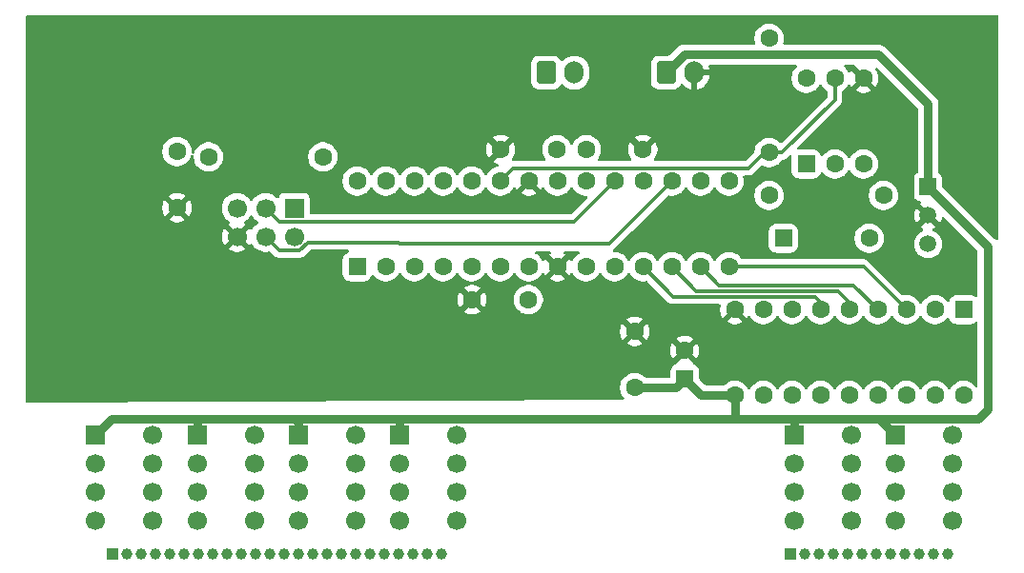
<source format=gbl>
G04 #@! TF.GenerationSoftware,KiCad,Pcbnew,9.0.5*
G04 #@! TF.CreationDate,2025-10-23T09:34:06+02:00*
G04 #@! TF.ProjectId,rec_play_switch_module,7265635f-706c-4617-995f-737769746368,rev?*
G04 #@! TF.SameCoordinates,Original*
G04 #@! TF.FileFunction,Copper,L2,Bot*
G04 #@! TF.FilePolarity,Positive*
%FSLAX46Y46*%
G04 Gerber Fmt 4.6, Leading zero omitted, Abs format (unit mm)*
G04 Created by KiCad (PCBNEW 9.0.5) date 2025-10-23 09:34:06*
%MOMM*%
%LPD*%
G01*
G04 APERTURE LIST*
G04 Aperture macros list*
%AMRoundRect*
0 Rectangle with rounded corners*
0 $1 Rounding radius*
0 $2 $3 $4 $5 $6 $7 $8 $9 X,Y pos of 4 corners*
0 Add a 4 corners polygon primitive as box body*
4,1,4,$2,$3,$4,$5,$6,$7,$8,$9,$2,$3,0*
0 Add four circle primitives for the rounded corners*
1,1,$1+$1,$2,$3*
1,1,$1+$1,$4,$5*
1,1,$1+$1,$6,$7*
1,1,$1+$1,$8,$9*
0 Add four rect primitives between the rounded corners*
20,1,$1+$1,$2,$3,$4,$5,0*
20,1,$1+$1,$4,$5,$6,$7,0*
20,1,$1+$1,$6,$7,$8,$9,0*
20,1,$1+$1,$8,$9,$2,$3,0*%
G04 Aperture macros list end*
G04 #@! TA.AperFunction,ComponentPad*
%ADD10C,1.600000*%
G04 #@! TD*
G04 #@! TA.AperFunction,ComponentPad*
%ADD11RoundRect,0.250000X-0.600000X-0.750000X0.600000X-0.750000X0.600000X0.750000X-0.600000X0.750000X0*%
G04 #@! TD*
G04 #@! TA.AperFunction,ComponentPad*
%ADD12O,1.700000X2.000000*%
G04 #@! TD*
G04 #@! TA.AperFunction,ComponentPad*
%ADD13RoundRect,0.250000X0.550000X-0.550000X0.550000X0.550000X-0.550000X0.550000X-0.550000X-0.550000X0*%
G04 #@! TD*
G04 #@! TA.AperFunction,ComponentPad*
%ADD14RoundRect,0.250000X-0.550000X-0.550000X0.550000X-0.550000X0.550000X0.550000X-0.550000X0.550000X0*%
G04 #@! TD*
G04 #@! TA.AperFunction,ComponentPad*
%ADD15R,1.700000X1.700000*%
G04 #@! TD*
G04 #@! TA.AperFunction,ComponentPad*
%ADD16C,1.700000*%
G04 #@! TD*
G04 #@! TA.AperFunction,ComponentPad*
%ADD17R,1.500000X1.500000*%
G04 #@! TD*
G04 #@! TA.AperFunction,ComponentPad*
%ADD18C,1.500000*%
G04 #@! TD*
G04 #@! TA.AperFunction,ComponentPad*
%ADD19R,1.000000X1.000000*%
G04 #@! TD*
G04 #@! TA.AperFunction,ComponentPad*
%ADD20C,1.000000*%
G04 #@! TD*
G04 #@! TA.AperFunction,ComponentPad*
%ADD21RoundRect,0.250000X-0.550000X0.550000X-0.550000X-0.550000X0.550000X-0.550000X0.550000X0.550000X0*%
G04 #@! TD*
G04 #@! TA.AperFunction,Conductor*
%ADD22C,0.800000*%
G04 #@! TD*
G04 #@! TA.AperFunction,Conductor*
%ADD23C,0.300000*%
G04 #@! TD*
G04 APERTURE END LIST*
D10*
X167426000Y-67945000D03*
X172426000Y-67945000D03*
X141224000Y-59777000D03*
X141224000Y-54777000D03*
D11*
X184658000Y-47752000D03*
D12*
X187158000Y-47752000D03*
D11*
X174010000Y-47760400D03*
D12*
X176510000Y-47760400D03*
D10*
X144018000Y-55245000D03*
X154178000Y-55245000D03*
X177586000Y-54610000D03*
X182586000Y-54610000D03*
X203962000Y-58674000D03*
X193802000Y-58674000D03*
X193802000Y-44704000D03*
X193802000Y-54864000D03*
D13*
X197104000Y-55880000D03*
D10*
X199644000Y-55880000D03*
X202184000Y-55880000D03*
X202184000Y-48260000D03*
X199644000Y-48260000D03*
X197104000Y-48260000D03*
D14*
X195072000Y-62484000D03*
D10*
X202692000Y-62484000D03*
D15*
X151638000Y-59812000D03*
D16*
X149098000Y-59812000D03*
X146558000Y-59812000D03*
X146558000Y-62352000D03*
X149098000Y-62352000D03*
X151638000Y-62352000D03*
D10*
X174966000Y-54610000D03*
X169966000Y-54610000D03*
D13*
X157226000Y-65019000D03*
D10*
X159766000Y-65019000D03*
X162306000Y-65019000D03*
X164846000Y-65019000D03*
X167386000Y-65019000D03*
X169926000Y-65019000D03*
X172466000Y-65019000D03*
X175006000Y-65019000D03*
X177546000Y-65019000D03*
X180086000Y-65019000D03*
X182626000Y-65019000D03*
X185166000Y-65019000D03*
X187706000Y-65019000D03*
X190246000Y-65019000D03*
X190246000Y-57399000D03*
X187706000Y-57399000D03*
X185166000Y-57399000D03*
X182626000Y-57399000D03*
X180086000Y-57399000D03*
X177546000Y-57399000D03*
X175006000Y-57399000D03*
X172466000Y-57399000D03*
X169926000Y-57399000D03*
X167386000Y-57399000D03*
X164846000Y-57399000D03*
X162306000Y-57399000D03*
X159766000Y-57399000D03*
X157226000Y-57399000D03*
D17*
X207912500Y-57912000D03*
D18*
X207912500Y-60452000D03*
X207912500Y-62992000D03*
D15*
X143000000Y-80000000D03*
D16*
X143000000Y-82540000D03*
X143000000Y-85080000D03*
X143000000Y-87620000D03*
X148080000Y-87620000D03*
X148080000Y-85080000D03*
X148080000Y-82540000D03*
X148080000Y-80000000D03*
D15*
X134000000Y-80000000D03*
D16*
X134000000Y-82540000D03*
X134000000Y-85080000D03*
X134000000Y-87620000D03*
X139080000Y-87620000D03*
X139080000Y-85080000D03*
X139080000Y-82540000D03*
X139080000Y-80000000D03*
D15*
X152000000Y-80000000D03*
D16*
X152000000Y-82540000D03*
X152000000Y-85080000D03*
X152000000Y-87620000D03*
X157080000Y-87620000D03*
X157080000Y-85080000D03*
X157080000Y-82540000D03*
X157080000Y-80000000D03*
D15*
X161000000Y-80000000D03*
D16*
X161000000Y-82540000D03*
X161000000Y-85080000D03*
X161000000Y-87620000D03*
X166080000Y-87620000D03*
X166080000Y-85080000D03*
X166080000Y-82540000D03*
X166080000Y-80000000D03*
X210080000Y-80000000D03*
X210080000Y-82540000D03*
X210080000Y-85080000D03*
X210080000Y-87620000D03*
X205000000Y-87620000D03*
X205000000Y-85080000D03*
X205000000Y-82540000D03*
D15*
X205000000Y-80000000D03*
X196000000Y-80000000D03*
D16*
X196000000Y-82540000D03*
X196000000Y-85080000D03*
X196000000Y-87620000D03*
X201080000Y-87620000D03*
X201080000Y-85080000D03*
X201080000Y-82540000D03*
X201080000Y-80000000D03*
D19*
X195723000Y-90551000D03*
D20*
X196993000Y-90551000D03*
X198263000Y-90551000D03*
X199533000Y-90551000D03*
X200803000Y-90551000D03*
X202073000Y-90551000D03*
X203343000Y-90551000D03*
X204613000Y-90551000D03*
X205883000Y-90551000D03*
X207153000Y-90551000D03*
X208423000Y-90551000D03*
X209693000Y-90551000D03*
D19*
X135509000Y-90551000D03*
D20*
X136779000Y-90551000D03*
X138049000Y-90551000D03*
X139319000Y-90551000D03*
X140589000Y-90551000D03*
X141859000Y-90551000D03*
X143129000Y-90551000D03*
X144399000Y-90551000D03*
X145669000Y-90551000D03*
X146939000Y-90551000D03*
X148209000Y-90551000D03*
X149479000Y-90551000D03*
X150749000Y-90551000D03*
X152019000Y-90551000D03*
X153289000Y-90551000D03*
X154559000Y-90551000D03*
X155829000Y-90551000D03*
X157099000Y-90551000D03*
X158369000Y-90551000D03*
X159639000Y-90551000D03*
X160909000Y-90551000D03*
X162179000Y-90551000D03*
X163449000Y-90551000D03*
X164719000Y-90551000D03*
D13*
X186309000Y-74992113D03*
D10*
X186309000Y-72492113D03*
X181864000Y-75779000D03*
X181864000Y-70779000D03*
D21*
X211074000Y-68834000D03*
D10*
X208534000Y-68834000D03*
X205994000Y-68834000D03*
X203454000Y-68834000D03*
X200914000Y-68834000D03*
X198374000Y-68834000D03*
X195834000Y-68834000D03*
X193294000Y-68834000D03*
X190754000Y-68834000D03*
X190754000Y-76454000D03*
X193294000Y-76454000D03*
X195834000Y-76454000D03*
X198374000Y-76454000D03*
X200914000Y-76454000D03*
X203454000Y-76454000D03*
X205994000Y-76454000D03*
X208534000Y-76454000D03*
X211074000Y-76454000D03*
D22*
X181864000Y-75779000D02*
X185522113Y-75779000D01*
X185522113Y-75779000D02*
X186309000Y-74992113D01*
X190754000Y-76454000D02*
X187770887Y-76454000D01*
X187770887Y-76454000D02*
X186309000Y-74992113D01*
X161036000Y-78549000D02*
X190500000Y-78549000D01*
X190754000Y-78295000D02*
X190500000Y-78549000D01*
X190754000Y-76454000D02*
X190754000Y-78295000D01*
X212408000Y-78549000D02*
X213233000Y-77724000D01*
X203549000Y-78549000D02*
X212408000Y-78549000D01*
X213233000Y-77724000D02*
X213233000Y-63232500D01*
X213233000Y-63232500D02*
X207912500Y-57912000D01*
X135451000Y-78549000D02*
X142875000Y-78549000D01*
X143000000Y-80000000D02*
X143000000Y-78674000D01*
X143000000Y-78674000D02*
X142875000Y-78549000D01*
X142875000Y-78549000D02*
X151638000Y-78549000D01*
X152000000Y-80000000D02*
X152000000Y-78911000D01*
X152000000Y-78911000D02*
X151638000Y-78549000D01*
X151638000Y-78549000D02*
X161036000Y-78549000D01*
X161000000Y-80000000D02*
X161000000Y-78585000D01*
X161000000Y-78585000D02*
X161036000Y-78549000D01*
X190500000Y-78549000D02*
X195961000Y-78549000D01*
X196000000Y-80000000D02*
X196000000Y-78588000D01*
X196000000Y-78588000D02*
X195961000Y-78549000D01*
X134000000Y-80000000D02*
X135451000Y-78549000D01*
X195961000Y-78549000D02*
X203549000Y-78549000D01*
X203549000Y-78549000D02*
X205000000Y-80000000D01*
D23*
X190246000Y-65019000D02*
X202179000Y-65019000D01*
X202179000Y-65019000D02*
X205994000Y-68834000D01*
X187706000Y-65019000D02*
X189369000Y-66682000D01*
X189369000Y-66682000D02*
X201302000Y-66682000D01*
X201302000Y-66682000D02*
X203454000Y-68834000D01*
X185166000Y-65019000D02*
X187330000Y-67183000D01*
X187330000Y-67183000D02*
X199898000Y-67183000D01*
X199898000Y-67183000D02*
X200914000Y-68199000D01*
X200914000Y-68199000D02*
X200914000Y-68834000D01*
X191230760Y-67683000D02*
X190277240Y-67683000D01*
X192809240Y-67691000D02*
X191238760Y-67691000D01*
X193770760Y-67683000D02*
X192817240Y-67683000D01*
X195349240Y-67691000D02*
X193778760Y-67691000D01*
X193778760Y-67691000D02*
X193770760Y-67683000D01*
X195357240Y-67683000D02*
X195349240Y-67691000D01*
X192817240Y-67683000D02*
X192809240Y-67691000D01*
X196310760Y-67683000D02*
X195357240Y-67683000D01*
X196318760Y-67691000D02*
X196310760Y-67683000D01*
X197866000Y-67691000D02*
X196318760Y-67691000D01*
X198374000Y-68199000D02*
X197866000Y-67691000D01*
X191238760Y-67691000D02*
X191230760Y-67683000D01*
X198374000Y-68834000D02*
X198374000Y-68199000D01*
X190277240Y-67683000D02*
X190269240Y-67691000D01*
X190269240Y-67691000D02*
X185298000Y-67691000D01*
X185298000Y-67691000D02*
X182626000Y-65019000D01*
D22*
X186259000Y-46151000D02*
X184658000Y-47752000D01*
X203504000Y-46151000D02*
X186259000Y-46151000D01*
X207912500Y-57912000D02*
X207912500Y-50559500D01*
X207912500Y-50559500D02*
X203504000Y-46151000D01*
D23*
X194940000Y-54864000D02*
X199644000Y-50160000D01*
X199644000Y-50160000D02*
X199644000Y-48260000D01*
X171077000Y-56248000D02*
X192011000Y-56248000D01*
X193802000Y-54864000D02*
X194940000Y-54864000D01*
X193395000Y-54864000D02*
X193802000Y-54864000D01*
X192011000Y-56248000D02*
X193395000Y-54864000D01*
X169926000Y-57399000D02*
X171077000Y-56248000D01*
D22*
X172466000Y-67905000D02*
X172426000Y-67945000D01*
X174966000Y-57359000D02*
X175006000Y-57399000D01*
X177586000Y-57359000D02*
X177546000Y-57399000D01*
D23*
X152822471Y-62866000D02*
X152135471Y-63553000D01*
X152135471Y-63553000D02*
X150299000Y-63553000D01*
X179573000Y-62992000D02*
X160987520Y-62992000D01*
X150299000Y-63553000D02*
X149098000Y-62352000D01*
X185166000Y-57399000D02*
X179573000Y-62992000D01*
X160861520Y-62866000D02*
X152822471Y-62866000D01*
X160987520Y-62992000D02*
X160861520Y-62866000D01*
X150299000Y-61013000D02*
X176472000Y-61013000D01*
X176472000Y-61013000D02*
X180086000Y-57399000D01*
X149098000Y-59812000D02*
X150299000Y-61013000D01*
X180086000Y-57399000D02*
X179583000Y-57399000D01*
G04 #@! TA.AperFunction,Conductor*
G36*
X214067539Y-42638185D02*
G01*
X214113294Y-42690989D01*
X214124500Y-42742500D01*
X214124500Y-62551138D01*
X214118261Y-62572383D01*
X214116682Y-62594471D01*
X214108609Y-62605254D01*
X214104815Y-62618177D01*
X214088083Y-62632675D01*
X214074811Y-62650405D01*
X214062188Y-62655112D01*
X214052011Y-62663932D01*
X214030095Y-62667083D01*
X214009347Y-62674822D01*
X213996185Y-62671958D01*
X213982853Y-62673876D01*
X213962708Y-62664676D01*
X213941074Y-62659970D01*
X213923346Y-62646700D01*
X213919297Y-62644851D01*
X213912819Y-62638820D01*
X213860350Y-62586351D01*
X213807035Y-62533036D01*
X209199318Y-57925318D01*
X209165833Y-57863995D01*
X209162999Y-57837637D01*
X209162999Y-57114129D01*
X209162998Y-57114123D01*
X209162997Y-57114116D01*
X209156591Y-57054517D01*
X209146051Y-57026259D01*
X209106297Y-56919671D01*
X209106293Y-56919664D01*
X209020046Y-56804454D01*
X209020044Y-56804452D01*
X208904835Y-56718206D01*
X208904832Y-56718205D01*
X208904831Y-56718204D01*
X208893661Y-56714038D01*
X208837731Y-56672166D01*
X208813316Y-56606701D01*
X208813000Y-56597858D01*
X208813000Y-50470806D01*
X208812999Y-50470804D01*
X208778396Y-50296841D01*
X208778393Y-50296832D01*
X208710516Y-50132959D01*
X208710509Y-50132946D01*
X208611965Y-49985466D01*
X208553371Y-49926872D01*
X208486535Y-49860036D01*
X204078036Y-45451536D01*
X204078035Y-45451535D01*
X204078030Y-45451531D01*
X204023622Y-45415178D01*
X204023616Y-45415175D01*
X204018959Y-45412063D01*
X203930547Y-45352987D01*
X203848606Y-45319046D01*
X203766666Y-45285105D01*
X203766658Y-45285103D01*
X203592696Y-45250500D01*
X203592692Y-45250500D01*
X203592691Y-45250500D01*
X195162529Y-45250500D01*
X195095490Y-45230815D01*
X195049735Y-45178011D01*
X195039791Y-45108853D01*
X195044598Y-45088181D01*
X195070477Y-45008534D01*
X195102500Y-44806351D01*
X195102500Y-44601648D01*
X195070477Y-44399465D01*
X195007218Y-44204776D01*
X194973503Y-44138607D01*
X194914287Y-44022390D01*
X194906556Y-44011749D01*
X194793971Y-43856786D01*
X194649213Y-43712028D01*
X194483613Y-43591715D01*
X194483612Y-43591714D01*
X194483610Y-43591713D01*
X194426653Y-43562691D01*
X194301223Y-43498781D01*
X194106534Y-43435522D01*
X193931995Y-43407878D01*
X193904352Y-43403500D01*
X193699648Y-43403500D01*
X193675329Y-43407351D01*
X193497465Y-43435522D01*
X193302776Y-43498781D01*
X193120386Y-43591715D01*
X192954786Y-43712028D01*
X192810028Y-43856786D01*
X192689715Y-44022386D01*
X192596781Y-44204776D01*
X192533522Y-44399465D01*
X192501500Y-44601648D01*
X192501500Y-44806351D01*
X192533522Y-45008534D01*
X192559402Y-45088181D01*
X192561397Y-45158023D01*
X192525317Y-45217856D01*
X192462616Y-45248684D01*
X192441471Y-45250500D01*
X186170303Y-45250500D01*
X185996341Y-45285103D01*
X185996329Y-45285106D01*
X185914392Y-45319045D01*
X185914393Y-45319046D01*
X185832455Y-45352985D01*
X185744040Y-45412063D01*
X185744039Y-45412064D01*
X185684961Y-45451537D01*
X184921317Y-46215181D01*
X184859994Y-46248666D01*
X184833636Y-46251500D01*
X184007998Y-46251500D01*
X184007980Y-46251501D01*
X183905203Y-46262000D01*
X183905200Y-46262001D01*
X183738668Y-46317185D01*
X183738663Y-46317187D01*
X183589342Y-46409289D01*
X183465289Y-46533342D01*
X183373187Y-46682663D01*
X183373185Y-46682668D01*
X183357298Y-46730613D01*
X183318001Y-46849203D01*
X183318001Y-46849204D01*
X183318000Y-46849204D01*
X183307500Y-46951983D01*
X183307500Y-48552001D01*
X183307501Y-48552018D01*
X183318000Y-48654796D01*
X183318001Y-48654799D01*
X183363749Y-48792856D01*
X183373186Y-48821334D01*
X183465288Y-48970656D01*
X183589344Y-49094712D01*
X183738666Y-49186814D01*
X183905203Y-49241999D01*
X184007991Y-49252500D01*
X185308008Y-49252499D01*
X185313197Y-49251969D01*
X185328576Y-49250398D01*
X185410797Y-49241999D01*
X185577334Y-49186814D01*
X185726656Y-49094712D01*
X185850712Y-48970656D01*
X185942814Y-48821334D01*
X185942814Y-48821331D01*
X185946448Y-48815441D01*
X185998395Y-48768716D01*
X186067358Y-48757493D01*
X186131440Y-48785336D01*
X186139668Y-48792856D01*
X186278535Y-48931723D01*
X186278540Y-48931727D01*
X186450442Y-49056620D01*
X186639782Y-49153095D01*
X186841871Y-49218757D01*
X186908000Y-49229231D01*
X186908000Y-48185012D01*
X186965007Y-48217925D01*
X187092174Y-48252000D01*
X187223826Y-48252000D01*
X187350993Y-48217925D01*
X187408000Y-48185012D01*
X187408000Y-49229230D01*
X187474126Y-49218757D01*
X187474129Y-49218757D01*
X187676217Y-49153095D01*
X187865557Y-49056620D01*
X188037459Y-48931727D01*
X188037464Y-48931723D01*
X188187723Y-48781464D01*
X188187727Y-48781459D01*
X188312620Y-48609557D01*
X188409095Y-48420217D01*
X188474757Y-48218130D01*
X188474757Y-48218127D01*
X188508000Y-48008246D01*
X188508000Y-48002000D01*
X187591012Y-48002000D01*
X187623925Y-47944993D01*
X187658000Y-47817826D01*
X187658000Y-47686174D01*
X187623925Y-47559007D01*
X187591012Y-47502000D01*
X188508000Y-47502000D01*
X188508000Y-47495753D01*
X188474757Y-47285872D01*
X188474757Y-47285869D01*
X188451346Y-47213818D01*
X188449351Y-47143977D01*
X188485431Y-47084144D01*
X188548132Y-47053316D01*
X188569277Y-47051500D01*
X196174193Y-47051500D01*
X196241232Y-47071185D01*
X196286987Y-47123989D01*
X196296931Y-47193147D01*
X196267906Y-47256703D01*
X196260095Y-47264458D01*
X196260226Y-47264589D01*
X196112032Y-47412782D01*
X196112028Y-47412786D01*
X195991715Y-47578386D01*
X195898781Y-47760776D01*
X195835522Y-47955465D01*
X195803500Y-48157648D01*
X195803500Y-48362351D01*
X195835522Y-48564534D01*
X195898781Y-48759223D01*
X195962691Y-48884653D01*
X195991585Y-48941359D01*
X195991715Y-48941613D01*
X196112028Y-49107213D01*
X196256786Y-49251971D01*
X196377226Y-49339474D01*
X196422390Y-49372287D01*
X196502453Y-49413081D01*
X196604776Y-49465218D01*
X196604778Y-49465218D01*
X196604781Y-49465220D01*
X196709137Y-49499127D01*
X196799465Y-49528477D01*
X196900557Y-49544488D01*
X197001648Y-49560500D01*
X197001649Y-49560500D01*
X197206351Y-49560500D01*
X197206352Y-49560500D01*
X197408534Y-49528477D01*
X197603219Y-49465220D01*
X197785610Y-49372287D01*
X197878590Y-49304732D01*
X197951213Y-49251971D01*
X197951215Y-49251968D01*
X197951219Y-49251966D01*
X198095966Y-49107219D01*
X198095968Y-49107215D01*
X198095971Y-49107213D01*
X198216284Y-48941614D01*
X198216286Y-48941611D01*
X198216287Y-48941610D01*
X198263516Y-48848917D01*
X198311489Y-48798123D01*
X198379310Y-48781328D01*
X198445445Y-48803865D01*
X198484485Y-48848919D01*
X198531715Y-48941614D01*
X198652028Y-49107213D01*
X198796784Y-49251969D01*
X198865863Y-49302157D01*
X198942385Y-49357753D01*
X198985051Y-49413081D01*
X198993500Y-49458070D01*
X198993500Y-49839191D01*
X198973815Y-49906230D01*
X198957181Y-49926872D01*
X194918300Y-53965753D01*
X194856977Y-53999238D01*
X194787285Y-53994254D01*
X194742938Y-53965753D01*
X194649213Y-53872028D01*
X194483613Y-53751715D01*
X194483612Y-53751714D01*
X194483610Y-53751713D01*
X194426653Y-53722691D01*
X194301223Y-53658781D01*
X194106534Y-53595522D01*
X193931995Y-53567878D01*
X193904352Y-53563500D01*
X193699648Y-53563500D01*
X193675329Y-53567351D01*
X193497465Y-53595522D01*
X193302776Y-53658781D01*
X193120386Y-53751715D01*
X192954786Y-53872028D01*
X192810028Y-54016786D01*
X192689715Y-54182386D01*
X192596781Y-54364776D01*
X192533522Y-54559465D01*
X192501500Y-54761648D01*
X192501500Y-54786192D01*
X192481815Y-54853231D01*
X192465181Y-54873873D01*
X191777873Y-55561181D01*
X191716550Y-55594666D01*
X191690192Y-55597500D01*
X183718792Y-55597500D01*
X183651753Y-55577815D01*
X183605998Y-55525011D01*
X183596054Y-55455853D01*
X183618474Y-55400614D01*
X183697859Y-55291349D01*
X183790755Y-55109031D01*
X183853990Y-54914417D01*
X183886000Y-54712317D01*
X183886000Y-54507682D01*
X183853990Y-54305582D01*
X183790755Y-54110968D01*
X183697859Y-53928650D01*
X183665474Y-53884077D01*
X183665474Y-53884076D01*
X182986000Y-54563551D01*
X182986000Y-54557339D01*
X182958741Y-54455606D01*
X182906080Y-54364394D01*
X182831606Y-54289920D01*
X182740394Y-54237259D01*
X182638661Y-54210000D01*
X182632446Y-54210000D01*
X183311922Y-53530524D01*
X183311921Y-53530523D01*
X183267359Y-53498147D01*
X183267350Y-53498141D01*
X183085031Y-53405244D01*
X182890417Y-53342009D01*
X182688317Y-53310000D01*
X182483683Y-53310000D01*
X182281582Y-53342009D01*
X182086968Y-53405244D01*
X181904644Y-53498143D01*
X181860077Y-53530523D01*
X181860077Y-53530524D01*
X182539554Y-54210000D01*
X182533339Y-54210000D01*
X182431606Y-54237259D01*
X182340394Y-54289920D01*
X182265920Y-54364394D01*
X182213259Y-54455606D01*
X182186000Y-54557339D01*
X182186000Y-54563553D01*
X181506524Y-53884077D01*
X181506523Y-53884077D01*
X181474143Y-53928644D01*
X181381244Y-54110968D01*
X181318009Y-54305582D01*
X181286000Y-54507682D01*
X181286000Y-54712317D01*
X181318009Y-54914417D01*
X181381244Y-55109031D01*
X181474140Y-55291349D01*
X181553526Y-55400614D01*
X181577006Y-55466421D01*
X181561181Y-55534475D01*
X181511075Y-55583170D01*
X181453208Y-55597500D01*
X178719410Y-55597500D01*
X178652371Y-55577815D01*
X178606616Y-55525011D01*
X178596672Y-55455853D01*
X178619091Y-55400615D01*
X178641859Y-55369277D01*
X178698287Y-55291610D01*
X178791220Y-55109219D01*
X178854477Y-54914534D01*
X178886500Y-54712352D01*
X178886500Y-54507648D01*
X178869099Y-54397786D01*
X178854477Y-54305465D01*
X178814486Y-54182386D01*
X178791220Y-54110781D01*
X178791218Y-54110778D01*
X178791218Y-54110776D01*
X178743327Y-54016786D01*
X178698287Y-53928390D01*
X178666092Y-53884077D01*
X178577971Y-53762786D01*
X178433213Y-53618028D01*
X178267613Y-53497715D01*
X178267612Y-53497714D01*
X178267610Y-53497713D01*
X178210653Y-53468691D01*
X178085223Y-53404781D01*
X177890534Y-53341522D01*
X177715995Y-53313878D01*
X177688352Y-53309500D01*
X177483648Y-53309500D01*
X177459329Y-53313351D01*
X177281465Y-53341522D01*
X177086776Y-53404781D01*
X176904386Y-53497715D01*
X176738786Y-53618028D01*
X176594028Y-53762786D01*
X176473715Y-53928386D01*
X176386485Y-54099584D01*
X176338510Y-54150380D01*
X176270689Y-54167175D01*
X176204554Y-54144637D01*
X176165515Y-54099584D01*
X176144958Y-54059239D01*
X176078287Y-53928390D01*
X176046092Y-53884077D01*
X175957971Y-53762786D01*
X175813213Y-53618028D01*
X175647613Y-53497715D01*
X175647612Y-53497714D01*
X175647610Y-53497713D01*
X175590653Y-53468691D01*
X175465223Y-53404781D01*
X175270534Y-53341522D01*
X175095995Y-53313878D01*
X175068352Y-53309500D01*
X174863648Y-53309500D01*
X174839329Y-53313351D01*
X174661465Y-53341522D01*
X174466776Y-53404781D01*
X174284386Y-53497715D01*
X174118786Y-53618028D01*
X173974028Y-53762786D01*
X173853715Y-53928386D01*
X173760781Y-54110776D01*
X173697522Y-54305465D01*
X173671072Y-54472466D01*
X173665500Y-54507648D01*
X173665500Y-54712352D01*
X173668704Y-54732580D01*
X173697522Y-54914534D01*
X173760781Y-55109223D01*
X173853712Y-55291609D01*
X173932909Y-55400615D01*
X173956388Y-55466422D01*
X173940562Y-55534476D01*
X173890456Y-55583170D01*
X173832590Y-55597500D01*
X171098792Y-55597500D01*
X171031753Y-55577815D01*
X170985998Y-55525011D01*
X170976054Y-55455853D01*
X170998474Y-55400614D01*
X171077859Y-55291349D01*
X171170755Y-55109031D01*
X171233990Y-54914417D01*
X171266000Y-54712317D01*
X171266000Y-54507682D01*
X171233990Y-54305582D01*
X171170755Y-54110968D01*
X171077859Y-53928650D01*
X171045474Y-53884077D01*
X171045474Y-53884076D01*
X170366000Y-54563553D01*
X170366000Y-54557339D01*
X170338741Y-54455606D01*
X170286080Y-54364394D01*
X170211606Y-54289920D01*
X170120394Y-54237259D01*
X170018661Y-54210000D01*
X170012446Y-54210000D01*
X170691922Y-53530524D01*
X170691921Y-53530523D01*
X170647359Y-53498147D01*
X170647350Y-53498141D01*
X170465031Y-53405244D01*
X170270417Y-53342009D01*
X170068317Y-53310000D01*
X169863683Y-53310000D01*
X169661582Y-53342009D01*
X169466968Y-53405244D01*
X169284644Y-53498143D01*
X169240077Y-53530523D01*
X169240077Y-53530524D01*
X169919554Y-54210000D01*
X169913339Y-54210000D01*
X169811606Y-54237259D01*
X169720394Y-54289920D01*
X169645920Y-54364394D01*
X169593259Y-54455606D01*
X169566000Y-54557339D01*
X169566000Y-54563553D01*
X168886524Y-53884077D01*
X168886523Y-53884077D01*
X168854143Y-53928644D01*
X168761244Y-54110968D01*
X168698009Y-54305582D01*
X168666000Y-54507682D01*
X168666000Y-54712317D01*
X168698009Y-54914417D01*
X168761244Y-55109031D01*
X168854141Y-55291350D01*
X168854147Y-55291359D01*
X168886523Y-55335921D01*
X168886524Y-55335922D01*
X169566000Y-54656446D01*
X169566000Y-54662661D01*
X169593259Y-54764394D01*
X169645920Y-54855606D01*
X169720394Y-54930080D01*
X169811606Y-54982741D01*
X169913339Y-55010000D01*
X169919553Y-55010000D01*
X169240076Y-55689474D01*
X169284650Y-55721859D01*
X169466968Y-55814755D01*
X169661580Y-55877989D01*
X169665468Y-55878605D01*
X169728604Y-55908531D01*
X169765538Y-55967841D01*
X169764544Y-56037704D01*
X169725937Y-56095938D01*
X169665476Y-56123552D01*
X169621463Y-56130523D01*
X169426776Y-56193781D01*
X169244386Y-56286715D01*
X169078786Y-56407028D01*
X168934028Y-56551786D01*
X168813715Y-56717386D01*
X168766485Y-56810080D01*
X168718510Y-56860876D01*
X168650689Y-56877671D01*
X168584554Y-56855134D01*
X168545515Y-56810080D01*
X168516571Y-56753275D01*
X168498287Y-56717390D01*
X168420253Y-56609984D01*
X168377971Y-56551786D01*
X168233213Y-56407028D01*
X168067613Y-56286715D01*
X168067612Y-56286714D01*
X168067610Y-56286713D01*
X168010653Y-56257691D01*
X167885223Y-56193781D01*
X167690534Y-56130522D01*
X167515995Y-56102878D01*
X167488352Y-56098500D01*
X167283648Y-56098500D01*
X167259329Y-56102351D01*
X167081465Y-56130522D01*
X166886776Y-56193781D01*
X166704386Y-56286715D01*
X166538786Y-56407028D01*
X166394028Y-56551786D01*
X166273715Y-56717386D01*
X166226485Y-56810080D01*
X166178510Y-56860876D01*
X166110689Y-56877671D01*
X166044554Y-56855134D01*
X166005515Y-56810080D01*
X165976571Y-56753275D01*
X165958287Y-56717390D01*
X165880253Y-56609984D01*
X165837971Y-56551786D01*
X165693213Y-56407028D01*
X165527613Y-56286715D01*
X165527612Y-56286714D01*
X165527610Y-56286713D01*
X165470653Y-56257691D01*
X165345223Y-56193781D01*
X165150534Y-56130522D01*
X164975995Y-56102878D01*
X164948352Y-56098500D01*
X164743648Y-56098500D01*
X164719329Y-56102351D01*
X164541465Y-56130522D01*
X164346776Y-56193781D01*
X164164386Y-56286715D01*
X163998786Y-56407028D01*
X163854028Y-56551786D01*
X163733715Y-56717386D01*
X163686485Y-56810080D01*
X163638510Y-56860876D01*
X163570689Y-56877671D01*
X163504554Y-56855134D01*
X163465515Y-56810080D01*
X163436571Y-56753275D01*
X163418287Y-56717390D01*
X163340253Y-56609984D01*
X163297971Y-56551786D01*
X163153213Y-56407028D01*
X162987613Y-56286715D01*
X162987612Y-56286714D01*
X162987610Y-56286713D01*
X162930653Y-56257691D01*
X162805223Y-56193781D01*
X162610534Y-56130522D01*
X162435995Y-56102878D01*
X162408352Y-56098500D01*
X162203648Y-56098500D01*
X162179329Y-56102351D01*
X162001465Y-56130522D01*
X161806776Y-56193781D01*
X161624386Y-56286715D01*
X161458786Y-56407028D01*
X161314028Y-56551786D01*
X161193715Y-56717386D01*
X161146485Y-56810080D01*
X161098510Y-56860876D01*
X161030689Y-56877671D01*
X160964554Y-56855134D01*
X160925515Y-56810080D01*
X160896571Y-56753275D01*
X160878287Y-56717390D01*
X160800253Y-56609984D01*
X160757971Y-56551786D01*
X160613213Y-56407028D01*
X160447613Y-56286715D01*
X160447612Y-56286714D01*
X160447610Y-56286713D01*
X160390653Y-56257691D01*
X160265223Y-56193781D01*
X160070534Y-56130522D01*
X159895995Y-56102878D01*
X159868352Y-56098500D01*
X159663648Y-56098500D01*
X159639329Y-56102351D01*
X159461465Y-56130522D01*
X159266776Y-56193781D01*
X159084386Y-56286715D01*
X158918786Y-56407028D01*
X158774028Y-56551786D01*
X158653715Y-56717386D01*
X158606485Y-56810080D01*
X158558510Y-56860876D01*
X158490689Y-56877671D01*
X158424554Y-56855134D01*
X158385515Y-56810080D01*
X158356571Y-56753275D01*
X158338287Y-56717390D01*
X158260253Y-56609984D01*
X158217971Y-56551786D01*
X158073213Y-56407028D01*
X157907613Y-56286715D01*
X157907612Y-56286714D01*
X157907610Y-56286713D01*
X157850653Y-56257691D01*
X157725223Y-56193781D01*
X157530534Y-56130522D01*
X157355995Y-56102878D01*
X157328352Y-56098500D01*
X157123648Y-56098500D01*
X157099329Y-56102351D01*
X156921465Y-56130522D01*
X156726776Y-56193781D01*
X156544386Y-56286715D01*
X156378786Y-56407028D01*
X156234028Y-56551786D01*
X156113715Y-56717386D01*
X156020781Y-56899776D01*
X155957522Y-57094465D01*
X155925500Y-57296648D01*
X155925500Y-57501351D01*
X155957522Y-57703534D01*
X156020781Y-57898223D01*
X156084691Y-58023653D01*
X156113585Y-58080359D01*
X156113715Y-58080613D01*
X156234028Y-58246213D01*
X156378786Y-58390971D01*
X156499226Y-58478474D01*
X156544390Y-58511287D01*
X156640864Y-58560443D01*
X156726776Y-58604218D01*
X156726778Y-58604218D01*
X156726781Y-58604220D01*
X156831137Y-58638127D01*
X156921465Y-58667477D01*
X157022557Y-58683488D01*
X157123648Y-58699500D01*
X157123649Y-58699500D01*
X157328351Y-58699500D01*
X157328352Y-58699500D01*
X157530534Y-58667477D01*
X157725219Y-58604220D01*
X157907610Y-58511287D01*
X158000590Y-58443732D01*
X158073213Y-58390971D01*
X158073215Y-58390968D01*
X158073219Y-58390966D01*
X158217966Y-58246219D01*
X158217968Y-58246215D01*
X158217971Y-58246213D01*
X158338284Y-58080614D01*
X158338286Y-58080611D01*
X158338287Y-58080610D01*
X158385516Y-57987917D01*
X158433489Y-57937123D01*
X158501310Y-57920328D01*
X158567445Y-57942865D01*
X158606485Y-57987919D01*
X158653715Y-58080614D01*
X158774028Y-58246213D01*
X158918786Y-58390971D01*
X159039226Y-58478474D01*
X159084390Y-58511287D01*
X159180864Y-58560443D01*
X159266776Y-58604218D01*
X159266778Y-58604218D01*
X159266781Y-58604220D01*
X159371137Y-58638127D01*
X159461465Y-58667477D01*
X159562557Y-58683488D01*
X159663648Y-58699500D01*
X159663649Y-58699500D01*
X159868351Y-58699500D01*
X159868352Y-58699500D01*
X160070534Y-58667477D01*
X160265219Y-58604220D01*
X160447610Y-58511287D01*
X160540590Y-58443732D01*
X160613213Y-58390971D01*
X160613215Y-58390968D01*
X160613219Y-58390966D01*
X160757966Y-58246219D01*
X160757968Y-58246215D01*
X160757971Y-58246213D01*
X160878284Y-58080614D01*
X160878286Y-58080611D01*
X160878287Y-58080610D01*
X160925516Y-57987917D01*
X160973489Y-57937123D01*
X161041310Y-57920328D01*
X161107445Y-57942865D01*
X161146485Y-57987919D01*
X161193715Y-58080614D01*
X161314028Y-58246213D01*
X161458786Y-58390971D01*
X161579226Y-58478474D01*
X161624390Y-58511287D01*
X161720864Y-58560443D01*
X161806776Y-58604218D01*
X161806778Y-58604218D01*
X161806781Y-58604220D01*
X161911137Y-58638127D01*
X162001465Y-58667477D01*
X162102557Y-58683488D01*
X162203648Y-58699500D01*
X162203649Y-58699500D01*
X162408351Y-58699500D01*
X162408352Y-58699500D01*
X162610534Y-58667477D01*
X162805219Y-58604220D01*
X162987610Y-58511287D01*
X163080590Y-58443732D01*
X163153213Y-58390971D01*
X163153215Y-58390968D01*
X163153219Y-58390966D01*
X163297966Y-58246219D01*
X163297968Y-58246215D01*
X163297971Y-58246213D01*
X163418284Y-58080614D01*
X163418286Y-58080611D01*
X163418287Y-58080610D01*
X163465516Y-57987917D01*
X163513489Y-57937123D01*
X163581310Y-57920328D01*
X163647445Y-57942865D01*
X163686485Y-57987919D01*
X163733715Y-58080614D01*
X163854028Y-58246213D01*
X163998786Y-58390971D01*
X164119226Y-58478474D01*
X164164390Y-58511287D01*
X164260864Y-58560443D01*
X164346776Y-58604218D01*
X164346778Y-58604218D01*
X164346781Y-58604220D01*
X164451137Y-58638127D01*
X164541465Y-58667477D01*
X164642557Y-58683488D01*
X164743648Y-58699500D01*
X164743649Y-58699500D01*
X164948351Y-58699500D01*
X164948352Y-58699500D01*
X165150534Y-58667477D01*
X165345219Y-58604220D01*
X165527610Y-58511287D01*
X165620590Y-58443732D01*
X165693213Y-58390971D01*
X165693215Y-58390968D01*
X165693219Y-58390966D01*
X165837966Y-58246219D01*
X165837968Y-58246215D01*
X165837971Y-58246213D01*
X165958284Y-58080614D01*
X165958286Y-58080611D01*
X165958287Y-58080610D01*
X166005516Y-57987917D01*
X166053489Y-57937123D01*
X166121310Y-57920328D01*
X166187445Y-57942865D01*
X166226485Y-57987919D01*
X166273715Y-58080614D01*
X166394028Y-58246213D01*
X166538786Y-58390971D01*
X166659226Y-58478474D01*
X166704390Y-58511287D01*
X166800864Y-58560443D01*
X166886776Y-58604218D01*
X166886778Y-58604218D01*
X166886781Y-58604220D01*
X166991137Y-58638127D01*
X167081465Y-58667477D01*
X167182557Y-58683488D01*
X167283648Y-58699500D01*
X167283649Y-58699500D01*
X167488351Y-58699500D01*
X167488352Y-58699500D01*
X167690534Y-58667477D01*
X167885219Y-58604220D01*
X168067610Y-58511287D01*
X168160590Y-58443732D01*
X168233213Y-58390971D01*
X168233215Y-58390968D01*
X168233219Y-58390966D01*
X168377966Y-58246219D01*
X168377968Y-58246215D01*
X168377971Y-58246213D01*
X168498284Y-58080614D01*
X168498286Y-58080611D01*
X168498287Y-58080610D01*
X168545516Y-57987917D01*
X168593489Y-57937123D01*
X168661310Y-57920328D01*
X168727445Y-57942865D01*
X168766485Y-57987919D01*
X168813715Y-58080614D01*
X168934028Y-58246213D01*
X169078786Y-58390971D01*
X169199226Y-58478474D01*
X169244390Y-58511287D01*
X169340864Y-58560443D01*
X169426776Y-58604218D01*
X169426778Y-58604218D01*
X169426781Y-58604220D01*
X169531137Y-58638127D01*
X169621465Y-58667477D01*
X169722557Y-58683488D01*
X169823648Y-58699500D01*
X169823649Y-58699500D01*
X170028351Y-58699500D01*
X170028352Y-58699500D01*
X170230534Y-58667477D01*
X170425219Y-58604220D01*
X170607610Y-58511287D01*
X170700590Y-58443732D01*
X170773213Y-58390971D01*
X170773215Y-58390968D01*
X170773219Y-58390966D01*
X170917966Y-58246219D01*
X170917968Y-58246215D01*
X170917971Y-58246213D01*
X171038286Y-58080611D01*
X171038415Y-58080359D01*
X171085795Y-57987369D01*
X171133769Y-57936573D01*
X171201590Y-57919778D01*
X171267725Y-57942315D01*
X171306765Y-57987369D01*
X171354141Y-58080350D01*
X171354147Y-58080359D01*
X171386523Y-58124921D01*
X171386524Y-58124922D01*
X172066000Y-57445446D01*
X172066000Y-57451661D01*
X172093259Y-57553394D01*
X172145920Y-57644606D01*
X172220394Y-57719080D01*
X172311606Y-57771741D01*
X172413339Y-57799000D01*
X172419553Y-57799000D01*
X171740076Y-58478474D01*
X171784650Y-58510859D01*
X171966968Y-58603755D01*
X172161582Y-58666990D01*
X172363683Y-58699000D01*
X172568317Y-58699000D01*
X172770417Y-58666990D01*
X172965031Y-58603755D01*
X173147349Y-58510859D01*
X173191921Y-58478474D01*
X172512447Y-57799000D01*
X172518661Y-57799000D01*
X172620394Y-57771741D01*
X172711606Y-57719080D01*
X172786080Y-57644606D01*
X172838741Y-57553394D01*
X172866000Y-57451661D01*
X172866000Y-57445447D01*
X173545474Y-58124921D01*
X173577861Y-58080347D01*
X173577861Y-58080346D01*
X173625234Y-57987371D01*
X173673208Y-57936575D01*
X173741028Y-57919779D01*
X173807164Y-57942316D01*
X173846203Y-57987369D01*
X173893713Y-58080611D01*
X174014028Y-58246213D01*
X174158786Y-58390971D01*
X174279226Y-58478474D01*
X174324390Y-58511287D01*
X174420864Y-58560443D01*
X174506776Y-58604218D01*
X174506778Y-58604218D01*
X174506781Y-58604220D01*
X174611137Y-58638127D01*
X174701465Y-58667477D01*
X174802557Y-58683488D01*
X174903648Y-58699500D01*
X174903649Y-58699500D01*
X175108351Y-58699500D01*
X175108352Y-58699500D01*
X175310534Y-58667477D01*
X175505219Y-58604220D01*
X175687610Y-58511287D01*
X175780590Y-58443732D01*
X175853213Y-58390971D01*
X175853215Y-58390968D01*
X175853219Y-58390966D01*
X175997966Y-58246219D01*
X175997968Y-58246215D01*
X175997971Y-58246213D01*
X176118284Y-58080614D01*
X176118286Y-58080611D01*
X176118287Y-58080610D01*
X176165516Y-57987917D01*
X176213489Y-57937123D01*
X176281310Y-57920328D01*
X176347445Y-57942865D01*
X176386485Y-57987919D01*
X176433715Y-58080614D01*
X176554028Y-58246213D01*
X176698786Y-58390971D01*
X176819226Y-58478474D01*
X176864390Y-58511287D01*
X176960864Y-58560443D01*
X177046776Y-58604218D01*
X177046778Y-58604218D01*
X177046781Y-58604220D01*
X177151137Y-58638127D01*
X177241465Y-58667477D01*
X177342557Y-58683488D01*
X177443648Y-58699500D01*
X177443649Y-58699500D01*
X177566191Y-58699500D01*
X177633230Y-58719185D01*
X177678985Y-58771989D01*
X177688929Y-58841147D01*
X177659904Y-58904703D01*
X177653872Y-58911181D01*
X176238873Y-60326181D01*
X176177550Y-60359666D01*
X176151192Y-60362500D01*
X153112500Y-60362500D01*
X153045461Y-60342815D01*
X152999706Y-60290011D01*
X152988500Y-60238500D01*
X152988499Y-58914129D01*
X152988498Y-58914123D01*
X152987485Y-58904703D01*
X152982091Y-58854517D01*
X152980810Y-58851083D01*
X152931797Y-58719671D01*
X152931793Y-58719664D01*
X152845547Y-58604455D01*
X152845544Y-58604452D01*
X152730335Y-58518206D01*
X152730328Y-58518202D01*
X152595482Y-58467908D01*
X152595483Y-58467908D01*
X152535883Y-58461501D01*
X152535881Y-58461500D01*
X152535873Y-58461500D01*
X152535864Y-58461500D01*
X150740129Y-58461500D01*
X150740123Y-58461501D01*
X150680516Y-58467908D01*
X150545671Y-58518202D01*
X150545664Y-58518206D01*
X150430455Y-58604452D01*
X150430452Y-58604455D01*
X150344206Y-58719664D01*
X150344203Y-58719669D01*
X150295189Y-58851083D01*
X150253317Y-58907016D01*
X150187853Y-58931433D01*
X150119580Y-58916581D01*
X150091326Y-58895430D01*
X149977786Y-58781890D01*
X149805820Y-58656951D01*
X149616414Y-58560444D01*
X149616413Y-58560443D01*
X149616412Y-58560443D01*
X149414243Y-58494754D01*
X149414241Y-58494753D01*
X149414240Y-58494753D01*
X149252957Y-58469208D01*
X149204287Y-58461500D01*
X148991713Y-58461500D01*
X148943042Y-58469208D01*
X148781760Y-58494753D01*
X148579585Y-58560444D01*
X148390179Y-58656951D01*
X148218213Y-58781890D01*
X148067890Y-58932213D01*
X147942949Y-59104182D01*
X147938484Y-59112946D01*
X147890509Y-59163742D01*
X147822688Y-59180536D01*
X147756553Y-59157998D01*
X147717516Y-59112946D01*
X147713050Y-59104182D01*
X147588109Y-58932213D01*
X147437786Y-58781890D01*
X147265820Y-58656951D01*
X147076414Y-58560444D01*
X147076413Y-58560443D01*
X147076412Y-58560443D01*
X146874243Y-58494754D01*
X146874241Y-58494753D01*
X146874240Y-58494753D01*
X146712957Y-58469208D01*
X146664287Y-58461500D01*
X146451713Y-58461500D01*
X146403042Y-58469208D01*
X146241760Y-58494753D01*
X146039585Y-58560444D01*
X145850179Y-58656951D01*
X145678213Y-58781890D01*
X145527890Y-58932213D01*
X145402951Y-59104179D01*
X145306444Y-59293585D01*
X145240753Y-59495760D01*
X145207500Y-59705713D01*
X145207500Y-59918286D01*
X145228662Y-60051901D01*
X145240754Y-60128243D01*
X145305068Y-60326181D01*
X145306444Y-60330414D01*
X145402951Y-60519820D01*
X145527890Y-60691786D01*
X145678213Y-60842109D01*
X145850179Y-60967048D01*
X145850181Y-60967049D01*
X145850184Y-60967051D01*
X145859493Y-60971794D01*
X145910290Y-61019766D01*
X145927087Y-61087587D01*
X145904552Y-61153722D01*
X145859505Y-61192760D01*
X145850446Y-61197376D01*
X145850440Y-61197380D01*
X145796282Y-61236727D01*
X145796282Y-61236728D01*
X146428591Y-61869037D01*
X146365007Y-61886075D01*
X146250993Y-61951901D01*
X146157901Y-62044993D01*
X146092075Y-62159007D01*
X146075037Y-62222591D01*
X145442728Y-61590282D01*
X145442727Y-61590282D01*
X145403380Y-61644439D01*
X145306904Y-61833782D01*
X145241242Y-62035869D01*
X145241242Y-62035872D01*
X145208000Y-62245753D01*
X145208000Y-62458246D01*
X145241242Y-62668127D01*
X145241242Y-62668130D01*
X145306904Y-62870217D01*
X145403375Y-63059550D01*
X145442728Y-63113716D01*
X146075037Y-62481408D01*
X146092075Y-62544993D01*
X146157901Y-62659007D01*
X146250993Y-62752099D01*
X146365007Y-62817925D01*
X146428590Y-62834962D01*
X145796282Y-63467269D01*
X145796282Y-63467270D01*
X145850449Y-63506624D01*
X146039782Y-63603095D01*
X146241870Y-63668757D01*
X146451754Y-63702000D01*
X146664246Y-63702000D01*
X146874127Y-63668757D01*
X146874130Y-63668757D01*
X147076217Y-63603095D01*
X147265554Y-63506622D01*
X147319716Y-63467270D01*
X147319717Y-63467270D01*
X146687408Y-62834962D01*
X146750993Y-62817925D01*
X146865007Y-62752099D01*
X146958099Y-62659007D01*
X147023925Y-62544993D01*
X147040962Y-62481408D01*
X147673270Y-63113717D01*
X147673270Y-63113716D01*
X147712622Y-63059555D01*
X147717232Y-63050507D01*
X147765205Y-62999709D01*
X147833025Y-62982912D01*
X147899161Y-63005447D01*
X147938204Y-63050504D01*
X147942949Y-63059817D01*
X148067890Y-63231786D01*
X148218213Y-63382109D01*
X148390179Y-63507048D01*
X148390181Y-63507049D01*
X148390184Y-63507051D01*
X148579588Y-63603557D01*
X148781757Y-63669246D01*
X148991713Y-63702500D01*
X148991714Y-63702500D01*
X149204286Y-63702500D01*
X149204287Y-63702500D01*
X149314111Y-63685105D01*
X149419055Y-63668484D01*
X149419315Y-63670128D01*
X149481852Y-63673250D01*
X149528711Y-63702657D01*
X149884324Y-64058271D01*
X149884325Y-64058272D01*
X149884328Y-64058274D01*
X149884330Y-64058276D01*
X149974461Y-64118499D01*
X149974463Y-64118501D01*
X149984300Y-64125073D01*
X149990873Y-64129465D01*
X150109256Y-64178501D01*
X150109260Y-64178501D01*
X150109261Y-64178502D01*
X150234928Y-64203500D01*
X150234931Y-64203500D01*
X152199542Y-64203500D01*
X152284086Y-64186682D01*
X152325215Y-64178501D01*
X152443598Y-64129465D01*
X152550140Y-64058277D01*
X153055598Y-63552819D01*
X153116921Y-63519334D01*
X153143279Y-63516500D01*
X156396065Y-63516500D01*
X156463104Y-63536185D01*
X156508859Y-63588989D01*
X156518803Y-63658147D01*
X156489778Y-63721703D01*
X156435069Y-63758205D01*
X156403285Y-63768737D01*
X156356668Y-63784185D01*
X156356663Y-63784187D01*
X156207342Y-63876289D01*
X156083289Y-64000342D01*
X155991187Y-64149663D01*
X155991185Y-64149668D01*
X155973347Y-64203500D01*
X155936001Y-64316203D01*
X155936001Y-64316204D01*
X155936000Y-64316204D01*
X155925500Y-64418983D01*
X155925500Y-65619001D01*
X155925501Y-65619018D01*
X155936000Y-65721796D01*
X155936001Y-65721799D01*
X155952818Y-65772548D01*
X155991186Y-65888334D01*
X156083288Y-66037656D01*
X156207344Y-66161712D01*
X156356666Y-66253814D01*
X156523203Y-66308999D01*
X156625991Y-66319500D01*
X157826008Y-66319499D01*
X157928797Y-66308999D01*
X158095334Y-66253814D01*
X158244656Y-66161712D01*
X158368712Y-66037656D01*
X158460814Y-65888334D01*
X158487955Y-65806427D01*
X158527726Y-65748984D01*
X158592242Y-65722161D01*
X158661018Y-65734476D01*
X158705977Y-65772547D01*
X158751073Y-65834615D01*
X158774034Y-65866219D01*
X158918786Y-66010971D01*
X159048945Y-66105535D01*
X159084390Y-66131287D01*
X159173563Y-66176723D01*
X159266776Y-66224218D01*
X159266778Y-66224218D01*
X159266781Y-66224220D01*
X159357856Y-66253812D01*
X159461465Y-66287477D01*
X159562557Y-66303488D01*
X159663648Y-66319500D01*
X159663649Y-66319500D01*
X159868351Y-66319500D01*
X159868352Y-66319500D01*
X160070534Y-66287477D01*
X160265219Y-66224220D01*
X160447610Y-66131287D01*
X160550548Y-66056499D01*
X160613213Y-66010971D01*
X160613215Y-66010968D01*
X160613219Y-66010966D01*
X160757966Y-65866219D01*
X160757968Y-65866215D01*
X160757971Y-65866213D01*
X160878284Y-65700614D01*
X160878286Y-65700611D01*
X160878287Y-65700610D01*
X160925516Y-65607917D01*
X160973489Y-65557123D01*
X161041310Y-65540328D01*
X161107445Y-65562865D01*
X161146483Y-65607917D01*
X161152140Y-65619018D01*
X161193715Y-65700614D01*
X161314028Y-65866213D01*
X161458786Y-66010971D01*
X161588945Y-66105535D01*
X161624390Y-66131287D01*
X161713563Y-66176723D01*
X161806776Y-66224218D01*
X161806778Y-66224218D01*
X161806781Y-66224220D01*
X161897856Y-66253812D01*
X162001465Y-66287477D01*
X162102557Y-66303488D01*
X162203648Y-66319500D01*
X162203649Y-66319500D01*
X162408351Y-66319500D01*
X162408352Y-66319500D01*
X162610534Y-66287477D01*
X162805219Y-66224220D01*
X162987610Y-66131287D01*
X163090548Y-66056499D01*
X163153213Y-66010971D01*
X163153215Y-66010968D01*
X163153219Y-66010966D01*
X163297966Y-65866219D01*
X163297968Y-65866215D01*
X163297971Y-65866213D01*
X163418284Y-65700614D01*
X163418286Y-65700611D01*
X163418287Y-65700610D01*
X163465516Y-65607917D01*
X163513489Y-65557123D01*
X163581310Y-65540328D01*
X163647445Y-65562865D01*
X163686483Y-65607917D01*
X163692140Y-65619018D01*
X163733715Y-65700614D01*
X163854028Y-65866213D01*
X163998786Y-66010971D01*
X164128945Y-66105535D01*
X164164390Y-66131287D01*
X164253563Y-66176723D01*
X164346776Y-66224218D01*
X164346778Y-66224218D01*
X164346781Y-66224220D01*
X164437856Y-66253812D01*
X164541465Y-66287477D01*
X164642557Y-66303488D01*
X164743648Y-66319500D01*
X164743649Y-66319500D01*
X164948351Y-66319500D01*
X164948352Y-66319500D01*
X165150534Y-66287477D01*
X165345219Y-66224220D01*
X165527610Y-66131287D01*
X165630548Y-66056499D01*
X165693213Y-66010971D01*
X165693215Y-66010968D01*
X165693219Y-66010966D01*
X165837966Y-65866219D01*
X165837968Y-65866215D01*
X165837971Y-65866213D01*
X165958284Y-65700614D01*
X165958286Y-65700611D01*
X165958287Y-65700610D01*
X166005516Y-65607917D01*
X166053489Y-65557123D01*
X166121310Y-65540328D01*
X166187445Y-65562865D01*
X166226483Y-65607917D01*
X166232140Y-65619018D01*
X166273715Y-65700614D01*
X166394028Y-65866213D01*
X166538786Y-66010971D01*
X166668945Y-66105535D01*
X166704390Y-66131287D01*
X166793563Y-66176723D01*
X166886776Y-66224218D01*
X166886778Y-66224218D01*
X166886781Y-66224220D01*
X166977856Y-66253812D01*
X167081465Y-66287477D01*
X167182557Y-66303488D01*
X167283648Y-66319500D01*
X167283649Y-66319500D01*
X167488351Y-66319500D01*
X167488352Y-66319500D01*
X167690534Y-66287477D01*
X167885219Y-66224220D01*
X168067610Y-66131287D01*
X168170548Y-66056499D01*
X168233213Y-66010971D01*
X168233215Y-66010968D01*
X168233219Y-66010966D01*
X168377966Y-65866219D01*
X168377968Y-65866215D01*
X168377971Y-65866213D01*
X168498284Y-65700614D01*
X168498286Y-65700611D01*
X168498287Y-65700610D01*
X168545516Y-65607917D01*
X168593489Y-65557123D01*
X168661310Y-65540328D01*
X168727445Y-65562865D01*
X168766483Y-65607917D01*
X168772140Y-65619018D01*
X168813715Y-65700614D01*
X168934028Y-65866213D01*
X169078786Y-66010971D01*
X169208945Y-66105535D01*
X169244390Y-66131287D01*
X169333563Y-66176723D01*
X169426776Y-66224218D01*
X169426778Y-66224218D01*
X169426781Y-66224220D01*
X169517856Y-66253812D01*
X169621465Y-66287477D01*
X169722557Y-66303488D01*
X169823648Y-66319500D01*
X169823649Y-66319500D01*
X170028351Y-66319500D01*
X170028352Y-66319500D01*
X170230534Y-66287477D01*
X170425219Y-66224220D01*
X170607610Y-66131287D01*
X170710548Y-66056499D01*
X170773213Y-66010971D01*
X170773215Y-66010968D01*
X170773219Y-66010966D01*
X170917966Y-65866219D01*
X170917968Y-65866215D01*
X170917971Y-65866213D01*
X171038284Y-65700614D01*
X171038286Y-65700611D01*
X171038287Y-65700610D01*
X171085516Y-65607917D01*
X171133489Y-65557123D01*
X171201310Y-65540328D01*
X171267445Y-65562865D01*
X171306483Y-65607917D01*
X171312140Y-65619018D01*
X171353715Y-65700614D01*
X171474028Y-65866213D01*
X171618786Y-66010971D01*
X171748945Y-66105535D01*
X171784390Y-66131287D01*
X171873563Y-66176723D01*
X171966776Y-66224218D01*
X171966778Y-66224218D01*
X171966781Y-66224220D01*
X172057856Y-66253812D01*
X172161465Y-66287477D01*
X172262557Y-66303488D01*
X172363648Y-66319500D01*
X172363649Y-66319500D01*
X172568351Y-66319500D01*
X172568352Y-66319500D01*
X172770534Y-66287477D01*
X172965219Y-66224220D01*
X173147610Y-66131287D01*
X173250548Y-66056499D01*
X173313213Y-66010971D01*
X173313215Y-66010968D01*
X173313219Y-66010966D01*
X173457966Y-65866219D01*
X173457968Y-65866215D01*
X173457971Y-65866213D01*
X173562894Y-65721797D01*
X173578287Y-65700610D01*
X173625795Y-65607369D01*
X173673769Y-65556573D01*
X173741590Y-65539778D01*
X173807725Y-65562315D01*
X173846765Y-65607369D01*
X173894141Y-65700350D01*
X173894147Y-65700359D01*
X173926523Y-65744921D01*
X173926524Y-65744922D01*
X174606000Y-65065446D01*
X174606000Y-65071661D01*
X174633259Y-65173394D01*
X174685920Y-65264606D01*
X174760394Y-65339080D01*
X174851606Y-65391741D01*
X174953339Y-65419000D01*
X174959553Y-65419000D01*
X174280076Y-66098474D01*
X174324650Y-66130859D01*
X174506968Y-66223755D01*
X174701582Y-66286990D01*
X174903683Y-66319000D01*
X175108317Y-66319000D01*
X175310417Y-66286990D01*
X175505031Y-66223755D01*
X175687349Y-66130859D01*
X175731921Y-66098474D01*
X175052447Y-65419000D01*
X175058661Y-65419000D01*
X175160394Y-65391741D01*
X175251606Y-65339080D01*
X175326080Y-65264606D01*
X175378741Y-65173394D01*
X175406000Y-65071661D01*
X175406000Y-65065447D01*
X176085474Y-65744921D01*
X176117861Y-65700347D01*
X176117861Y-65700346D01*
X176165234Y-65607371D01*
X176213208Y-65556575D01*
X176281028Y-65539779D01*
X176347164Y-65562316D01*
X176386203Y-65607369D01*
X176433713Y-65700611D01*
X176554028Y-65866213D01*
X176698786Y-66010971D01*
X176828945Y-66105535D01*
X176864390Y-66131287D01*
X176953563Y-66176723D01*
X177046776Y-66224218D01*
X177046778Y-66224218D01*
X177046781Y-66224220D01*
X177137856Y-66253812D01*
X177241465Y-66287477D01*
X177342557Y-66303488D01*
X177443648Y-66319500D01*
X177443649Y-66319500D01*
X177648351Y-66319500D01*
X177648352Y-66319500D01*
X177850534Y-66287477D01*
X178045219Y-66224220D01*
X178227610Y-66131287D01*
X178330548Y-66056499D01*
X178393213Y-66010971D01*
X178393215Y-66010968D01*
X178393219Y-66010966D01*
X178537966Y-65866219D01*
X178537968Y-65866215D01*
X178537971Y-65866213D01*
X178658284Y-65700614D01*
X178658286Y-65700611D01*
X178658287Y-65700610D01*
X178705516Y-65607917D01*
X178753489Y-65557123D01*
X178821310Y-65540328D01*
X178887445Y-65562865D01*
X178926483Y-65607917D01*
X178932140Y-65619018D01*
X178973715Y-65700614D01*
X179094028Y-65866213D01*
X179238786Y-66010971D01*
X179368945Y-66105535D01*
X179404390Y-66131287D01*
X179493563Y-66176723D01*
X179586776Y-66224218D01*
X179586778Y-66224218D01*
X179586781Y-66224220D01*
X179677856Y-66253812D01*
X179781465Y-66287477D01*
X179882557Y-66303488D01*
X179983648Y-66319500D01*
X179983649Y-66319500D01*
X180188351Y-66319500D01*
X180188352Y-66319500D01*
X180390534Y-66287477D01*
X180585219Y-66224220D01*
X180767610Y-66131287D01*
X180870548Y-66056499D01*
X180933213Y-66010971D01*
X180933215Y-66010968D01*
X180933219Y-66010966D01*
X181077966Y-65866219D01*
X181077968Y-65866215D01*
X181077971Y-65866213D01*
X181198284Y-65700614D01*
X181198286Y-65700611D01*
X181198287Y-65700610D01*
X181245516Y-65607917D01*
X181293489Y-65557123D01*
X181361310Y-65540328D01*
X181427445Y-65562865D01*
X181466483Y-65607917D01*
X181472140Y-65619018D01*
X181513715Y-65700614D01*
X181634028Y-65866213D01*
X181778786Y-66010971D01*
X181908945Y-66105535D01*
X181944390Y-66131287D01*
X182033563Y-66176723D01*
X182126776Y-66224218D01*
X182126778Y-66224218D01*
X182126781Y-66224220D01*
X182217856Y-66253812D01*
X182321465Y-66287477D01*
X182422557Y-66303488D01*
X182523648Y-66319500D01*
X182523649Y-66319500D01*
X182728351Y-66319500D01*
X182728352Y-66319500D01*
X182906112Y-66291345D01*
X182975405Y-66300299D01*
X183013191Y-66326137D01*
X184883325Y-68196272D01*
X184883332Y-68196278D01*
X184986303Y-68265080D01*
X184989874Y-68267466D01*
X185059221Y-68296189D01*
X185108256Y-68316501D01*
X185108259Y-68316501D01*
X185108260Y-68316502D01*
X185233928Y-68341500D01*
X189376450Y-68341500D01*
X189443489Y-68361185D01*
X189489244Y-68413989D01*
X189499188Y-68483147D01*
X189494381Y-68503818D01*
X189486010Y-68529578D01*
X189486010Y-68529581D01*
X189454000Y-68731682D01*
X189454000Y-68936317D01*
X189486009Y-69138417D01*
X189549244Y-69333031D01*
X189642141Y-69515350D01*
X189642147Y-69515359D01*
X189674523Y-69559921D01*
X189674524Y-69559922D01*
X190354000Y-68880446D01*
X190354000Y-68886661D01*
X190381259Y-68988394D01*
X190433920Y-69079606D01*
X190508394Y-69154080D01*
X190599606Y-69206741D01*
X190701339Y-69234000D01*
X190707553Y-69234000D01*
X190028076Y-69913474D01*
X190072650Y-69945859D01*
X190254968Y-70038755D01*
X190449582Y-70101990D01*
X190651683Y-70134000D01*
X190856317Y-70134000D01*
X191058417Y-70101990D01*
X191253031Y-70038755D01*
X191435349Y-69945859D01*
X191479921Y-69913474D01*
X190800447Y-69234000D01*
X190806661Y-69234000D01*
X190908394Y-69206741D01*
X190999606Y-69154080D01*
X191074080Y-69079606D01*
X191126741Y-68988394D01*
X191154000Y-68886661D01*
X191154000Y-68880447D01*
X191833474Y-69559921D01*
X191865861Y-69515347D01*
X191865861Y-69515346D01*
X191913234Y-69422371D01*
X191961208Y-69371575D01*
X192029028Y-69354779D01*
X192095164Y-69377316D01*
X192134203Y-69422369D01*
X192181713Y-69515611D01*
X192302028Y-69681213D01*
X192446786Y-69825971D01*
X192576275Y-69920048D01*
X192612390Y-69946287D01*
X192728607Y-70005503D01*
X192794776Y-70039218D01*
X192794778Y-70039218D01*
X192794781Y-70039220D01*
X192885856Y-70068812D01*
X192989465Y-70102477D01*
X193090557Y-70118488D01*
X193191648Y-70134500D01*
X193191649Y-70134500D01*
X193396351Y-70134500D01*
X193396352Y-70134500D01*
X193598534Y-70102477D01*
X193793219Y-70039220D01*
X193975610Y-69946287D01*
X194104482Y-69852657D01*
X194141213Y-69825971D01*
X194141215Y-69825968D01*
X194141219Y-69825966D01*
X194285966Y-69681219D01*
X194285968Y-69681215D01*
X194285971Y-69681213D01*
X194406284Y-69515614D01*
X194406286Y-69515611D01*
X194406287Y-69515610D01*
X194453516Y-69422917D01*
X194501489Y-69372123D01*
X194569310Y-69355328D01*
X194635445Y-69377865D01*
X194674485Y-69422919D01*
X194721715Y-69515614D01*
X194842028Y-69681213D01*
X194986786Y-69825971D01*
X195116275Y-69920048D01*
X195152390Y-69946287D01*
X195268607Y-70005503D01*
X195334776Y-70039218D01*
X195334778Y-70039218D01*
X195334781Y-70039220D01*
X195425856Y-70068812D01*
X195529465Y-70102477D01*
X195630557Y-70118488D01*
X195731648Y-70134500D01*
X195731649Y-70134500D01*
X195936351Y-70134500D01*
X195936352Y-70134500D01*
X196138534Y-70102477D01*
X196333219Y-70039220D01*
X196515610Y-69946287D01*
X196644482Y-69852657D01*
X196681213Y-69825971D01*
X196681215Y-69825968D01*
X196681219Y-69825966D01*
X196825966Y-69681219D01*
X196825968Y-69681215D01*
X196825971Y-69681213D01*
X196946284Y-69515614D01*
X196946286Y-69515611D01*
X196946287Y-69515610D01*
X196993516Y-69422917D01*
X197041489Y-69372123D01*
X197109310Y-69355328D01*
X197175445Y-69377865D01*
X197214485Y-69422919D01*
X197261715Y-69515614D01*
X197382028Y-69681213D01*
X197526786Y-69825971D01*
X197656275Y-69920048D01*
X197692390Y-69946287D01*
X197808607Y-70005503D01*
X197874776Y-70039218D01*
X197874778Y-70039218D01*
X197874781Y-70039220D01*
X197965856Y-70068812D01*
X198069465Y-70102477D01*
X198170557Y-70118488D01*
X198271648Y-70134500D01*
X198271649Y-70134500D01*
X198476351Y-70134500D01*
X198476352Y-70134500D01*
X198678534Y-70102477D01*
X198873219Y-70039220D01*
X199055610Y-69946287D01*
X199184482Y-69852657D01*
X199221213Y-69825971D01*
X199221215Y-69825968D01*
X199221219Y-69825966D01*
X199365966Y-69681219D01*
X199365968Y-69681215D01*
X199365971Y-69681213D01*
X199486284Y-69515614D01*
X199486286Y-69515611D01*
X199486287Y-69515610D01*
X199533516Y-69422917D01*
X199581489Y-69372123D01*
X199649310Y-69355328D01*
X199715445Y-69377865D01*
X199754485Y-69422919D01*
X199801715Y-69515614D01*
X199922028Y-69681213D01*
X200066786Y-69825971D01*
X200196275Y-69920048D01*
X200232390Y-69946287D01*
X200348607Y-70005503D01*
X200414776Y-70039218D01*
X200414778Y-70039218D01*
X200414781Y-70039220D01*
X200505856Y-70068812D01*
X200609465Y-70102477D01*
X200710557Y-70118488D01*
X200811648Y-70134500D01*
X200811649Y-70134500D01*
X201016351Y-70134500D01*
X201016352Y-70134500D01*
X201218534Y-70102477D01*
X201413219Y-70039220D01*
X201595610Y-69946287D01*
X201724482Y-69852657D01*
X201761213Y-69825971D01*
X201761215Y-69825968D01*
X201761219Y-69825966D01*
X201905966Y-69681219D01*
X201905968Y-69681215D01*
X201905971Y-69681213D01*
X202026284Y-69515614D01*
X202026286Y-69515611D01*
X202026287Y-69515610D01*
X202073516Y-69422917D01*
X202121489Y-69372123D01*
X202189310Y-69355328D01*
X202255445Y-69377865D01*
X202294485Y-69422919D01*
X202341715Y-69515614D01*
X202462028Y-69681213D01*
X202606786Y-69825971D01*
X202736275Y-69920048D01*
X202772390Y-69946287D01*
X202888607Y-70005503D01*
X202954776Y-70039218D01*
X202954778Y-70039218D01*
X202954781Y-70039220D01*
X203045856Y-70068812D01*
X203149465Y-70102477D01*
X203250557Y-70118488D01*
X203351648Y-70134500D01*
X203351649Y-70134500D01*
X203556351Y-70134500D01*
X203556352Y-70134500D01*
X203758534Y-70102477D01*
X203953219Y-70039220D01*
X204135610Y-69946287D01*
X204264482Y-69852657D01*
X204301213Y-69825971D01*
X204301215Y-69825968D01*
X204301219Y-69825966D01*
X204445966Y-69681219D01*
X204445968Y-69681215D01*
X204445971Y-69681213D01*
X204566284Y-69515614D01*
X204566286Y-69515611D01*
X204566287Y-69515610D01*
X204613516Y-69422917D01*
X204661489Y-69372123D01*
X204729310Y-69355328D01*
X204795445Y-69377865D01*
X204834485Y-69422919D01*
X204881715Y-69515614D01*
X205002028Y-69681213D01*
X205146786Y-69825971D01*
X205276275Y-69920048D01*
X205312390Y-69946287D01*
X205428607Y-70005503D01*
X205494776Y-70039218D01*
X205494778Y-70039218D01*
X205494781Y-70039220D01*
X205585856Y-70068812D01*
X205689465Y-70102477D01*
X205790557Y-70118488D01*
X205891648Y-70134500D01*
X205891649Y-70134500D01*
X206096351Y-70134500D01*
X206096352Y-70134500D01*
X206298534Y-70102477D01*
X206493219Y-70039220D01*
X206675610Y-69946287D01*
X206804482Y-69852657D01*
X206841213Y-69825971D01*
X206841215Y-69825968D01*
X206841219Y-69825966D01*
X206985966Y-69681219D01*
X206985968Y-69681215D01*
X206985971Y-69681213D01*
X207106284Y-69515614D01*
X207106286Y-69515611D01*
X207106287Y-69515610D01*
X207153516Y-69422917D01*
X207201489Y-69372123D01*
X207269310Y-69355328D01*
X207335445Y-69377865D01*
X207374485Y-69422919D01*
X207421715Y-69515614D01*
X207542028Y-69681213D01*
X207686786Y-69825971D01*
X207816275Y-69920048D01*
X207852390Y-69946287D01*
X207968607Y-70005503D01*
X208034776Y-70039218D01*
X208034778Y-70039218D01*
X208034781Y-70039220D01*
X208125856Y-70068812D01*
X208229465Y-70102477D01*
X208330557Y-70118488D01*
X208431648Y-70134500D01*
X208431649Y-70134500D01*
X208636351Y-70134500D01*
X208636352Y-70134500D01*
X208838534Y-70102477D01*
X209033219Y-70039220D01*
X209215610Y-69946287D01*
X209344482Y-69852657D01*
X209381213Y-69825971D01*
X209381215Y-69825968D01*
X209381219Y-69825966D01*
X209525966Y-69681219D01*
X209594021Y-69587547D01*
X209649349Y-69544882D01*
X209718963Y-69538902D01*
X209780758Y-69571507D01*
X209812044Y-69621427D01*
X209839186Y-69703334D01*
X209931288Y-69852656D01*
X210055344Y-69976712D01*
X210204666Y-70068814D01*
X210371203Y-70123999D01*
X210473991Y-70134500D01*
X211674008Y-70134499D01*
X211776797Y-70123999D01*
X211943334Y-70068814D01*
X212092656Y-69976712D01*
X212120819Y-69948549D01*
X212182142Y-69915064D01*
X212251834Y-69920048D01*
X212307767Y-69961920D01*
X212332184Y-70027384D01*
X212332500Y-70036230D01*
X212332500Y-75592000D01*
X212312815Y-75659039D01*
X212260011Y-75704794D01*
X212190853Y-75714738D01*
X212127297Y-75685713D01*
X212108182Y-75664885D01*
X212065971Y-75606787D01*
X212065967Y-75606782D01*
X211921213Y-75462028D01*
X211755613Y-75341715D01*
X211755612Y-75341714D01*
X211755610Y-75341713D01*
X211698653Y-75312691D01*
X211573223Y-75248781D01*
X211378534Y-75185522D01*
X211203995Y-75157878D01*
X211176352Y-75153500D01*
X210971648Y-75153500D01*
X210947329Y-75157351D01*
X210769465Y-75185522D01*
X210574776Y-75248781D01*
X210392386Y-75341715D01*
X210226786Y-75462028D01*
X210082028Y-75606786D01*
X209961715Y-75772386D01*
X209914485Y-75865080D01*
X209866510Y-75915876D01*
X209798689Y-75932671D01*
X209732554Y-75910134D01*
X209693515Y-75865080D01*
X209692883Y-75863840D01*
X209646287Y-75772390D01*
X209604401Y-75714738D01*
X209525971Y-75606786D01*
X209381213Y-75462028D01*
X209215613Y-75341715D01*
X209215612Y-75341714D01*
X209215610Y-75341713D01*
X209158653Y-75312691D01*
X209033223Y-75248781D01*
X208838534Y-75185522D01*
X208663995Y-75157878D01*
X208636352Y-75153500D01*
X208431648Y-75153500D01*
X208407329Y-75157351D01*
X208229465Y-75185522D01*
X208034776Y-75248781D01*
X207852386Y-75341715D01*
X207686786Y-75462028D01*
X207542028Y-75606786D01*
X207421715Y-75772386D01*
X207374485Y-75865080D01*
X207326510Y-75915876D01*
X207258689Y-75932671D01*
X207192554Y-75910134D01*
X207153515Y-75865080D01*
X207152883Y-75863840D01*
X207106287Y-75772390D01*
X207064401Y-75714738D01*
X206985971Y-75606786D01*
X206841213Y-75462028D01*
X206675613Y-75341715D01*
X206675612Y-75341714D01*
X206675610Y-75341713D01*
X206618653Y-75312691D01*
X206493223Y-75248781D01*
X206298534Y-75185522D01*
X206123995Y-75157878D01*
X206096352Y-75153500D01*
X205891648Y-75153500D01*
X205867329Y-75157351D01*
X205689465Y-75185522D01*
X205494776Y-75248781D01*
X205312386Y-75341715D01*
X205146786Y-75462028D01*
X205002028Y-75606786D01*
X204881715Y-75772386D01*
X204834485Y-75865080D01*
X204786510Y-75915876D01*
X204718689Y-75932671D01*
X204652554Y-75910134D01*
X204613515Y-75865080D01*
X204612883Y-75863840D01*
X204566287Y-75772390D01*
X204524401Y-75714738D01*
X204445971Y-75606786D01*
X204301213Y-75462028D01*
X204135613Y-75341715D01*
X204135612Y-75341714D01*
X204135610Y-75341713D01*
X204078653Y-75312691D01*
X203953223Y-75248781D01*
X203758534Y-75185522D01*
X203583995Y-75157878D01*
X203556352Y-75153500D01*
X203351648Y-75153500D01*
X203327329Y-75157351D01*
X203149465Y-75185522D01*
X202954776Y-75248781D01*
X202772386Y-75341715D01*
X202606786Y-75462028D01*
X202462028Y-75606786D01*
X202341715Y-75772386D01*
X202294485Y-75865080D01*
X202246510Y-75915876D01*
X202178689Y-75932671D01*
X202112554Y-75910134D01*
X202073515Y-75865080D01*
X202072883Y-75863840D01*
X202026287Y-75772390D01*
X201984401Y-75714738D01*
X201905971Y-75606786D01*
X201761213Y-75462028D01*
X201595613Y-75341715D01*
X201595612Y-75341714D01*
X201595610Y-75341713D01*
X201538653Y-75312691D01*
X201413223Y-75248781D01*
X201218534Y-75185522D01*
X201043995Y-75157878D01*
X201016352Y-75153500D01*
X200811648Y-75153500D01*
X200787329Y-75157351D01*
X200609465Y-75185522D01*
X200414776Y-75248781D01*
X200232386Y-75341715D01*
X200066786Y-75462028D01*
X199922028Y-75606786D01*
X199801715Y-75772386D01*
X199754485Y-75865080D01*
X199706510Y-75915876D01*
X199638689Y-75932671D01*
X199572554Y-75910134D01*
X199533515Y-75865080D01*
X199532883Y-75863840D01*
X199486287Y-75772390D01*
X199444401Y-75714738D01*
X199365971Y-75606786D01*
X199221213Y-75462028D01*
X199055613Y-75341715D01*
X199055612Y-75341714D01*
X199055610Y-75341713D01*
X198998653Y-75312691D01*
X198873223Y-75248781D01*
X198678534Y-75185522D01*
X198503995Y-75157878D01*
X198476352Y-75153500D01*
X198271648Y-75153500D01*
X198247329Y-75157351D01*
X198069465Y-75185522D01*
X197874776Y-75248781D01*
X197692386Y-75341715D01*
X197526786Y-75462028D01*
X197382028Y-75606786D01*
X197261715Y-75772386D01*
X197214485Y-75865080D01*
X197166510Y-75915876D01*
X197098689Y-75932671D01*
X197032554Y-75910134D01*
X196993515Y-75865080D01*
X196992883Y-75863840D01*
X196946287Y-75772390D01*
X196904401Y-75714738D01*
X196825971Y-75606786D01*
X196681213Y-75462028D01*
X196515613Y-75341715D01*
X196515612Y-75341714D01*
X196515610Y-75341713D01*
X196458653Y-75312691D01*
X196333223Y-75248781D01*
X196138534Y-75185522D01*
X195963995Y-75157878D01*
X195936352Y-75153500D01*
X195731648Y-75153500D01*
X195707329Y-75157351D01*
X195529465Y-75185522D01*
X195334776Y-75248781D01*
X195152386Y-75341715D01*
X194986786Y-75462028D01*
X194842028Y-75606786D01*
X194721715Y-75772386D01*
X194674485Y-75865080D01*
X194626510Y-75915876D01*
X194558689Y-75932671D01*
X194492554Y-75910134D01*
X194453515Y-75865080D01*
X194452883Y-75863840D01*
X194406287Y-75772390D01*
X194364401Y-75714738D01*
X194285971Y-75606786D01*
X194141213Y-75462028D01*
X193975613Y-75341715D01*
X193975612Y-75341714D01*
X193975610Y-75341713D01*
X193918653Y-75312691D01*
X193793223Y-75248781D01*
X193598534Y-75185522D01*
X193423995Y-75157878D01*
X193396352Y-75153500D01*
X193191648Y-75153500D01*
X193167329Y-75157351D01*
X192989465Y-75185522D01*
X192794776Y-75248781D01*
X192612386Y-75341715D01*
X192446786Y-75462028D01*
X192302028Y-75606786D01*
X192181715Y-75772386D01*
X192134485Y-75865080D01*
X192086510Y-75915876D01*
X192018689Y-75932671D01*
X191952554Y-75910134D01*
X191913515Y-75865080D01*
X191912883Y-75863840D01*
X191866287Y-75772390D01*
X191824401Y-75714738D01*
X191745971Y-75606786D01*
X191601213Y-75462028D01*
X191435613Y-75341715D01*
X191435612Y-75341714D01*
X191435610Y-75341713D01*
X191378653Y-75312691D01*
X191253223Y-75248781D01*
X191058534Y-75185522D01*
X190883995Y-75157878D01*
X190856352Y-75153500D01*
X190651648Y-75153500D01*
X190627329Y-75157351D01*
X190449465Y-75185522D01*
X190254776Y-75248781D01*
X190072386Y-75341715D01*
X189906786Y-75462028D01*
X189906782Y-75462032D01*
X189851634Y-75517181D01*
X189790311Y-75550666D01*
X189763953Y-75553500D01*
X188195248Y-75553500D01*
X188128209Y-75533815D01*
X188107567Y-75517181D01*
X187645818Y-75055431D01*
X187612333Y-74994108D01*
X187609499Y-74967750D01*
X187609499Y-74392111D01*
X187609498Y-74392094D01*
X187598999Y-74289316D01*
X187598998Y-74289313D01*
X187543814Y-74122779D01*
X187451712Y-73973457D01*
X187327656Y-73849401D01*
X187178334Y-73757299D01*
X187116558Y-73736828D01*
X187059115Y-73697056D01*
X187032292Y-73632540D01*
X187031946Y-73609393D01*
X187034921Y-73571586D01*
X186355447Y-72892113D01*
X186361661Y-72892113D01*
X186463394Y-72864854D01*
X186554606Y-72812193D01*
X186629080Y-72737719D01*
X186681741Y-72646507D01*
X186709000Y-72544774D01*
X186709000Y-72538560D01*
X187388474Y-73218034D01*
X187420859Y-73173462D01*
X187513755Y-72991144D01*
X187576990Y-72796530D01*
X187609000Y-72594430D01*
X187609000Y-72389795D01*
X187576990Y-72187695D01*
X187513755Y-71993081D01*
X187420859Y-71810763D01*
X187388474Y-71766190D01*
X187388474Y-71766189D01*
X186709000Y-72445664D01*
X186709000Y-72439452D01*
X186681741Y-72337719D01*
X186629080Y-72246507D01*
X186554606Y-72172033D01*
X186463394Y-72119372D01*
X186361661Y-72092113D01*
X186355446Y-72092113D01*
X187034922Y-71412637D01*
X187034921Y-71412636D01*
X186990359Y-71380260D01*
X186990350Y-71380254D01*
X186808031Y-71287357D01*
X186613417Y-71224122D01*
X186411317Y-71192113D01*
X186206683Y-71192113D01*
X186004582Y-71224122D01*
X185809968Y-71287357D01*
X185627644Y-71380256D01*
X185583077Y-71412636D01*
X185583077Y-71412637D01*
X186262554Y-72092113D01*
X186256339Y-72092113D01*
X186154606Y-72119372D01*
X186063394Y-72172033D01*
X185988920Y-72246507D01*
X185936259Y-72337719D01*
X185909000Y-72439452D01*
X185909000Y-72445666D01*
X185229524Y-71766190D01*
X185229523Y-71766190D01*
X185197143Y-71810757D01*
X185104244Y-71993081D01*
X185041009Y-72187695D01*
X185009000Y-72389795D01*
X185009000Y-72594430D01*
X185041009Y-72796530D01*
X185104244Y-72991144D01*
X185197141Y-73173463D01*
X185197147Y-73173472D01*
X185229523Y-73218034D01*
X185229524Y-73218035D01*
X185909000Y-72538559D01*
X185909000Y-72544774D01*
X185936259Y-72646507D01*
X185988920Y-72737719D01*
X186063394Y-72812193D01*
X186154606Y-72864854D01*
X186256339Y-72892113D01*
X186262553Y-72892113D01*
X185583076Y-73571587D01*
X185586052Y-73609395D01*
X185571687Y-73677772D01*
X185522636Y-73727528D01*
X185501440Y-73736828D01*
X185439672Y-73757297D01*
X185439663Y-73757300D01*
X185290342Y-73849402D01*
X185166289Y-73973455D01*
X185074187Y-74122776D01*
X185074186Y-74122779D01*
X185019001Y-74289316D01*
X185019001Y-74289317D01*
X185019000Y-74289317D01*
X185008500Y-74392096D01*
X185008500Y-74754500D01*
X184988815Y-74821539D01*
X184936011Y-74867294D01*
X184884500Y-74878500D01*
X182854047Y-74878500D01*
X182787008Y-74858815D01*
X182766366Y-74842181D01*
X182711213Y-74787028D01*
X182545613Y-74666715D01*
X182545612Y-74666714D01*
X182545610Y-74666713D01*
X182488653Y-74637691D01*
X182363223Y-74573781D01*
X182168534Y-74510522D01*
X181993995Y-74482878D01*
X181966352Y-74478500D01*
X181761648Y-74478500D01*
X181737329Y-74482351D01*
X181559465Y-74510522D01*
X181364776Y-74573781D01*
X181182386Y-74666715D01*
X181016786Y-74787028D01*
X180872028Y-74931786D01*
X180751715Y-75097386D01*
X180658781Y-75279776D01*
X180595522Y-75474465D01*
X180563500Y-75676648D01*
X180563500Y-75881351D01*
X180595522Y-76083534D01*
X180658781Y-76278223D01*
X180751715Y-76460613D01*
X180872028Y-76626213D01*
X180893264Y-76647449D01*
X180926749Y-76708772D01*
X180921765Y-76778464D01*
X180879893Y-76834397D01*
X180814429Y-76858814D01*
X180806143Y-76859129D01*
X127948060Y-77098000D01*
X127880933Y-77078618D01*
X127834940Y-77026022D01*
X127823500Y-76974001D01*
X127823500Y-70676682D01*
X180564000Y-70676682D01*
X180564000Y-70881317D01*
X180596009Y-71083417D01*
X180659244Y-71278031D01*
X180752141Y-71460350D01*
X180752147Y-71460359D01*
X180784523Y-71504921D01*
X180784524Y-71504922D01*
X181464000Y-70825446D01*
X181464000Y-70831661D01*
X181491259Y-70933394D01*
X181543920Y-71024606D01*
X181618394Y-71099080D01*
X181709606Y-71151741D01*
X181811339Y-71179000D01*
X181817553Y-71179000D01*
X181138076Y-71858474D01*
X181182650Y-71890859D01*
X181364968Y-71983755D01*
X181559582Y-72046990D01*
X181761683Y-72079000D01*
X181966317Y-72079000D01*
X182168417Y-72046990D01*
X182363031Y-71983755D01*
X182545349Y-71890859D01*
X182589921Y-71858474D01*
X181910447Y-71179000D01*
X181916661Y-71179000D01*
X182018394Y-71151741D01*
X182109606Y-71099080D01*
X182184080Y-71024606D01*
X182236741Y-70933394D01*
X182264000Y-70831661D01*
X182264000Y-70825447D01*
X182943474Y-71504921D01*
X182975861Y-71460347D01*
X182975861Y-71460346D01*
X183004774Y-71403602D01*
X183004774Y-71403601D01*
X183068755Y-71278031D01*
X183131990Y-71083417D01*
X183164000Y-70881317D01*
X183164000Y-70676682D01*
X183131990Y-70474582D01*
X183068755Y-70279968D01*
X182975859Y-70097650D01*
X182943474Y-70053077D01*
X182943474Y-70053076D01*
X182264000Y-70732551D01*
X182264000Y-70726339D01*
X182236741Y-70624606D01*
X182184080Y-70533394D01*
X182109606Y-70458920D01*
X182018394Y-70406259D01*
X181916661Y-70379000D01*
X181910446Y-70379000D01*
X182510913Y-69778534D01*
X182589922Y-69699524D01*
X182589921Y-69699523D01*
X182545359Y-69667147D01*
X182545350Y-69667141D01*
X182363031Y-69574244D01*
X182168417Y-69511009D01*
X181966317Y-69479000D01*
X181761683Y-69479000D01*
X181559582Y-69511009D01*
X181364968Y-69574244D01*
X181182644Y-69667143D01*
X181138077Y-69699523D01*
X181138077Y-69699524D01*
X181817554Y-70379000D01*
X181811339Y-70379000D01*
X181709606Y-70406259D01*
X181618394Y-70458920D01*
X181543920Y-70533394D01*
X181491259Y-70624606D01*
X181464000Y-70726339D01*
X181464000Y-70732553D01*
X180784524Y-70053077D01*
X180784523Y-70053077D01*
X180752143Y-70097644D01*
X180659244Y-70279968D01*
X180596009Y-70474582D01*
X180564000Y-70676682D01*
X127823500Y-70676682D01*
X127823500Y-67842682D01*
X166126000Y-67842682D01*
X166126000Y-68047317D01*
X166158009Y-68249417D01*
X166221244Y-68444031D01*
X166314141Y-68626350D01*
X166314147Y-68626359D01*
X166346523Y-68670921D01*
X166346524Y-68670922D01*
X167026000Y-67991446D01*
X167026000Y-67997661D01*
X167053259Y-68099394D01*
X167105920Y-68190606D01*
X167180394Y-68265080D01*
X167271606Y-68317741D01*
X167373339Y-68345000D01*
X167379553Y-68345000D01*
X166700076Y-69024474D01*
X166744650Y-69056859D01*
X166926968Y-69149755D01*
X167121582Y-69212990D01*
X167323683Y-69245000D01*
X167528317Y-69245000D01*
X167730417Y-69212990D01*
X167925031Y-69149755D01*
X168107349Y-69056859D01*
X168151921Y-69024474D01*
X167472447Y-68345000D01*
X167478661Y-68345000D01*
X167580394Y-68317741D01*
X167671606Y-68265080D01*
X167746080Y-68190606D01*
X167798741Y-68099394D01*
X167826000Y-67997661D01*
X167826000Y-67991448D01*
X168505474Y-68670922D01*
X168505474Y-68670921D01*
X168537859Y-68626349D01*
X168630755Y-68444031D01*
X168693990Y-68249417D01*
X168726000Y-68047317D01*
X168726000Y-67842682D01*
X168725995Y-67842648D01*
X171125500Y-67842648D01*
X171125500Y-68047351D01*
X171157522Y-68249534D01*
X171220781Y-68444223D01*
X171284691Y-68569653D01*
X171313585Y-68626359D01*
X171313715Y-68626613D01*
X171434028Y-68792213D01*
X171578786Y-68936971D01*
X171699226Y-69024474D01*
X171744390Y-69057287D01*
X171860607Y-69116503D01*
X171926776Y-69150218D01*
X171926778Y-69150218D01*
X171926781Y-69150220D01*
X172031137Y-69184127D01*
X172121465Y-69213477D01*
X172211347Y-69227713D01*
X172323648Y-69245500D01*
X172323649Y-69245500D01*
X172528351Y-69245500D01*
X172528352Y-69245500D01*
X172730534Y-69213477D01*
X172925219Y-69150220D01*
X173107610Y-69057287D01*
X173202434Y-68988394D01*
X173273213Y-68936971D01*
X173273215Y-68936968D01*
X173273219Y-68936966D01*
X173417966Y-68792219D01*
X173417968Y-68792215D01*
X173417971Y-68792213D01*
X173499783Y-68679606D01*
X173538287Y-68626610D01*
X173631220Y-68444219D01*
X173694477Y-68249534D01*
X173726500Y-68047352D01*
X173726500Y-67842648D01*
X173707346Y-67721715D01*
X173694477Y-67640465D01*
X173651685Y-67508767D01*
X173631220Y-67445781D01*
X173631218Y-67445778D01*
X173631218Y-67445776D01*
X173538419Y-67263650D01*
X173538287Y-67263390D01*
X173506092Y-67219077D01*
X173417971Y-67097786D01*
X173273213Y-66953028D01*
X173107613Y-66832715D01*
X173107612Y-66832714D01*
X173107610Y-66832713D01*
X173050653Y-66803691D01*
X172925223Y-66739781D01*
X172730534Y-66676522D01*
X172555995Y-66648878D01*
X172528352Y-66644500D01*
X172323648Y-66644500D01*
X172299329Y-66648351D01*
X172121465Y-66676522D01*
X171926776Y-66739781D01*
X171744386Y-66832715D01*
X171578786Y-66953028D01*
X171434028Y-67097786D01*
X171313715Y-67263386D01*
X171220781Y-67445776D01*
X171157522Y-67640465D01*
X171125500Y-67842648D01*
X168725995Y-67842648D01*
X168693990Y-67640582D01*
X168630755Y-67445968D01*
X168537859Y-67263650D01*
X168505474Y-67219077D01*
X168505474Y-67219076D01*
X167826000Y-67898551D01*
X167826000Y-67892339D01*
X167798741Y-67790606D01*
X167746080Y-67699394D01*
X167671606Y-67624920D01*
X167580394Y-67572259D01*
X167478661Y-67545000D01*
X167472446Y-67545000D01*
X168151922Y-66865524D01*
X168151921Y-66865523D01*
X168107359Y-66833147D01*
X168107350Y-66833141D01*
X167925031Y-66740244D01*
X167730417Y-66677009D01*
X167528317Y-66645000D01*
X167323683Y-66645000D01*
X167121582Y-66677009D01*
X166926968Y-66740244D01*
X166744644Y-66833143D01*
X166700077Y-66865523D01*
X166700077Y-66865524D01*
X167379554Y-67545000D01*
X167373339Y-67545000D01*
X167271606Y-67572259D01*
X167180394Y-67624920D01*
X167105920Y-67699394D01*
X167053259Y-67790606D01*
X167026000Y-67892339D01*
X167026000Y-67898553D01*
X166346524Y-67219077D01*
X166346523Y-67219077D01*
X166314143Y-67263644D01*
X166221244Y-67445968D01*
X166158009Y-67640582D01*
X166126000Y-67842682D01*
X127823500Y-67842682D01*
X127823500Y-59674682D01*
X139924000Y-59674682D01*
X139924000Y-59879317D01*
X139956009Y-60081417D01*
X140019244Y-60276031D01*
X140112141Y-60458350D01*
X140112147Y-60458359D01*
X140144523Y-60502921D01*
X140144524Y-60502922D01*
X140824000Y-59823446D01*
X140824000Y-59829661D01*
X140851259Y-59931394D01*
X140903920Y-60022606D01*
X140978394Y-60097080D01*
X141069606Y-60149741D01*
X141171339Y-60177000D01*
X141177553Y-60177000D01*
X140498076Y-60856474D01*
X140542650Y-60888859D01*
X140724968Y-60981755D01*
X140919582Y-61044990D01*
X141121683Y-61077000D01*
X141326317Y-61077000D01*
X141528417Y-61044990D01*
X141723031Y-60981755D01*
X141905349Y-60888859D01*
X141949921Y-60856474D01*
X141270447Y-60177000D01*
X141276661Y-60177000D01*
X141378394Y-60149741D01*
X141469606Y-60097080D01*
X141544080Y-60022606D01*
X141596741Y-59931394D01*
X141624000Y-59829661D01*
X141624000Y-59823448D01*
X142303474Y-60502922D01*
X142303474Y-60502921D01*
X142335859Y-60458349D01*
X142428755Y-60276031D01*
X142491990Y-60081417D01*
X142524000Y-59879317D01*
X142524000Y-59674682D01*
X142491990Y-59472582D01*
X142428755Y-59277968D01*
X142335859Y-59095650D01*
X142303474Y-59051077D01*
X142303474Y-59051076D01*
X141624000Y-59730551D01*
X141624000Y-59724339D01*
X141596741Y-59622606D01*
X141544080Y-59531394D01*
X141469606Y-59456920D01*
X141378394Y-59404259D01*
X141276661Y-59377000D01*
X141270446Y-59377000D01*
X141949922Y-58697524D01*
X141949921Y-58697523D01*
X141905359Y-58665147D01*
X141905350Y-58665141D01*
X141723031Y-58572244D01*
X141528417Y-58509009D01*
X141326317Y-58477000D01*
X141121683Y-58477000D01*
X140919582Y-58509009D01*
X140724968Y-58572244D01*
X140542644Y-58665143D01*
X140498077Y-58697523D01*
X140498077Y-58697524D01*
X141177554Y-59377000D01*
X141171339Y-59377000D01*
X141069606Y-59404259D01*
X140978394Y-59456920D01*
X140903920Y-59531394D01*
X140851259Y-59622606D01*
X140824000Y-59724339D01*
X140824000Y-59730553D01*
X140144524Y-59051077D01*
X140144523Y-59051077D01*
X140112143Y-59095644D01*
X140019244Y-59277968D01*
X139956009Y-59472582D01*
X139924000Y-59674682D01*
X127823500Y-59674682D01*
X127823500Y-54674648D01*
X139923500Y-54674648D01*
X139923500Y-54879351D01*
X139955522Y-55081534D01*
X140018781Y-55276223D01*
X140072057Y-55380781D01*
X140111004Y-55457219D01*
X140111715Y-55458613D01*
X140232028Y-55624213D01*
X140376786Y-55768971D01*
X140527687Y-55878605D01*
X140542390Y-55889287D01*
X140658607Y-55948503D01*
X140724776Y-55982218D01*
X140724778Y-55982218D01*
X140724781Y-55982220D01*
X140829137Y-56016127D01*
X140919465Y-56045477D01*
X141020557Y-56061488D01*
X141121648Y-56077500D01*
X141121649Y-56077500D01*
X141326351Y-56077500D01*
X141326352Y-56077500D01*
X141528534Y-56045477D01*
X141723219Y-55982220D01*
X141905610Y-55889287D01*
X142008195Y-55814755D01*
X142071213Y-55768971D01*
X142071215Y-55768968D01*
X142071219Y-55768966D01*
X142215966Y-55624219D01*
X142215968Y-55624215D01*
X142215971Y-55624213D01*
X142273078Y-55545610D01*
X142336287Y-55458610D01*
X142429220Y-55276219D01*
X142475569Y-55133572D01*
X142515007Y-55075896D01*
X142579365Y-55048698D01*
X142648212Y-55060613D01*
X142699687Y-55107857D01*
X142717500Y-55171890D01*
X142717500Y-55347351D01*
X142749522Y-55549534D01*
X142812781Y-55744223D01*
X142876691Y-55869653D01*
X142896501Y-55908531D01*
X142905715Y-55926613D01*
X143026028Y-56092213D01*
X143170786Y-56236971D01*
X143325749Y-56349556D01*
X143336390Y-56357287D01*
X143434012Y-56407028D01*
X143518776Y-56450218D01*
X143518778Y-56450218D01*
X143518781Y-56450220D01*
X143610459Y-56480008D01*
X143713465Y-56513477D01*
X143814557Y-56529488D01*
X143915648Y-56545500D01*
X143915649Y-56545500D01*
X144120351Y-56545500D01*
X144120352Y-56545500D01*
X144322534Y-56513477D01*
X144517219Y-56450220D01*
X144699610Y-56357287D01*
X144814638Y-56273715D01*
X144865213Y-56236971D01*
X144865215Y-56236968D01*
X144865219Y-56236966D01*
X145009966Y-56092219D01*
X145009968Y-56092215D01*
X145009971Y-56092213D01*
X145089884Y-55982220D01*
X145130287Y-55926610D01*
X145223220Y-55744219D01*
X145286477Y-55549534D01*
X145318500Y-55347352D01*
X145318500Y-55142648D01*
X152877500Y-55142648D01*
X152877500Y-55347351D01*
X152909522Y-55549534D01*
X152972781Y-55744223D01*
X153036691Y-55869653D01*
X153056501Y-55908531D01*
X153065715Y-55926613D01*
X153186028Y-56092213D01*
X153330786Y-56236971D01*
X153485749Y-56349556D01*
X153496390Y-56357287D01*
X153594012Y-56407028D01*
X153678776Y-56450218D01*
X153678778Y-56450218D01*
X153678781Y-56450220D01*
X153770459Y-56480008D01*
X153873465Y-56513477D01*
X153974557Y-56529488D01*
X154075648Y-56545500D01*
X154075649Y-56545500D01*
X154280351Y-56545500D01*
X154280352Y-56545500D01*
X154482534Y-56513477D01*
X154677219Y-56450220D01*
X154859610Y-56357287D01*
X154974638Y-56273715D01*
X155025213Y-56236971D01*
X155025215Y-56236968D01*
X155025219Y-56236966D01*
X155169966Y-56092219D01*
X155169968Y-56092215D01*
X155169971Y-56092213D01*
X155249884Y-55982220D01*
X155290287Y-55926610D01*
X155383220Y-55744219D01*
X155446477Y-55549534D01*
X155478500Y-55347352D01*
X155478500Y-55142648D01*
X155463620Y-55048698D01*
X155446477Y-54940465D01*
X155396350Y-54786192D01*
X155383220Y-54745781D01*
X155383218Y-54745778D01*
X155383218Y-54745776D01*
X155290286Y-54563387D01*
X155169971Y-54397786D01*
X155025213Y-54253028D01*
X154859613Y-54132715D01*
X154859612Y-54132714D01*
X154859610Y-54132713D01*
X154786352Y-54095386D01*
X154677223Y-54039781D01*
X154482534Y-53976522D01*
X154307995Y-53948878D01*
X154280352Y-53944500D01*
X154075648Y-53944500D01*
X154051329Y-53948351D01*
X153873465Y-53976522D01*
X153678776Y-54039781D01*
X153496386Y-54132715D01*
X153330786Y-54253028D01*
X153186028Y-54397786D01*
X153065715Y-54563386D01*
X152972781Y-54745776D01*
X152909522Y-54940465D01*
X152877500Y-55142648D01*
X145318500Y-55142648D01*
X145303620Y-55048698D01*
X145286477Y-54940465D01*
X145236350Y-54786192D01*
X145223220Y-54745781D01*
X145223218Y-54745778D01*
X145223218Y-54745776D01*
X145180868Y-54662661D01*
X145130287Y-54563390D01*
X145089813Y-54507682D01*
X145009971Y-54397786D01*
X144865213Y-54253028D01*
X144699613Y-54132715D01*
X144699612Y-54132714D01*
X144699610Y-54132713D01*
X144626352Y-54095386D01*
X144517223Y-54039781D01*
X144322534Y-53976522D01*
X144147995Y-53948878D01*
X144120352Y-53944500D01*
X143915648Y-53944500D01*
X143891329Y-53948351D01*
X143713465Y-53976522D01*
X143518776Y-54039781D01*
X143336386Y-54132715D01*
X143170786Y-54253028D01*
X143026028Y-54397786D01*
X142905715Y-54563386D01*
X142812781Y-54745776D01*
X142766431Y-54888428D01*
X142726993Y-54946103D01*
X142662634Y-54973301D01*
X142593788Y-54961386D01*
X142542312Y-54914142D01*
X142524500Y-54850109D01*
X142524500Y-54674648D01*
X142492477Y-54472465D01*
X142429218Y-54277776D01*
X142372863Y-54167175D01*
X142336287Y-54095390D01*
X142295885Y-54039781D01*
X142215971Y-53929786D01*
X142071219Y-53785034D01*
X142025356Y-53751713D01*
X141924037Y-53678101D01*
X141924036Y-53678099D01*
X141905613Y-53664715D01*
X141905612Y-53664714D01*
X141905610Y-53664713D01*
X141848653Y-53635691D01*
X141723223Y-53571781D01*
X141528534Y-53508522D01*
X141353995Y-53480878D01*
X141326352Y-53476500D01*
X141121648Y-53476500D01*
X141097329Y-53480351D01*
X140919465Y-53508522D01*
X140724776Y-53571781D01*
X140542386Y-53664715D01*
X140376786Y-53785028D01*
X140232028Y-53929786D01*
X140111715Y-54095386D01*
X140018781Y-54277776D01*
X139955522Y-54472465D01*
X139923500Y-54674648D01*
X127823500Y-54674648D01*
X127823500Y-46960383D01*
X172659500Y-46960383D01*
X172659500Y-48560401D01*
X172659501Y-48560418D01*
X172670000Y-48663196D01*
X172670001Y-48663199D01*
X172722403Y-48821336D01*
X172725186Y-48829734D01*
X172817288Y-48979056D01*
X172941344Y-49103112D01*
X173090666Y-49195214D01*
X173257203Y-49250399D01*
X173359991Y-49260900D01*
X174660008Y-49260899D01*
X174762797Y-49250399D01*
X174929334Y-49195214D01*
X175078656Y-49103112D01*
X175202712Y-48979056D01*
X175294814Y-48829734D01*
X175294814Y-48829731D01*
X175298178Y-48824279D01*
X175350126Y-48777554D01*
X175419088Y-48766331D01*
X175483170Y-48794174D01*
X175491398Y-48801694D01*
X175630213Y-48940509D01*
X175802179Y-49065448D01*
X175802181Y-49065449D01*
X175802184Y-49065451D01*
X175991588Y-49161957D01*
X176193757Y-49227646D01*
X176403713Y-49260900D01*
X176403714Y-49260900D01*
X176616286Y-49260900D01*
X176616287Y-49260900D01*
X176826243Y-49227646D01*
X177028412Y-49161957D01*
X177217816Y-49065451D01*
X177239789Y-49049486D01*
X177389786Y-48940509D01*
X177389788Y-48940506D01*
X177389792Y-48940504D01*
X177540104Y-48790192D01*
X177540106Y-48790188D01*
X177540109Y-48790186D01*
X177665048Y-48618220D01*
X177665047Y-48618220D01*
X177665051Y-48618216D01*
X177761557Y-48428812D01*
X177827246Y-48226643D01*
X177860500Y-48016687D01*
X177860500Y-47504113D01*
X177827246Y-47294157D01*
X177761557Y-47091988D01*
X177665051Y-46902584D01*
X177665049Y-46902581D01*
X177665048Y-46902579D01*
X177540109Y-46730613D01*
X177389786Y-46580290D01*
X177217820Y-46455351D01*
X177028414Y-46358844D01*
X177028413Y-46358843D01*
X177028412Y-46358843D01*
X176826243Y-46293154D01*
X176826241Y-46293153D01*
X176826240Y-46293153D01*
X176664957Y-46267608D01*
X176616287Y-46259900D01*
X176403713Y-46259900D01*
X176355042Y-46267608D01*
X176193760Y-46293153D01*
X175991585Y-46358844D01*
X175802179Y-46455351D01*
X175630215Y-46580289D01*
X175491398Y-46719106D01*
X175430075Y-46752590D01*
X175360383Y-46747606D01*
X175304450Y-46705734D01*
X175298178Y-46696520D01*
X175202712Y-46541744D01*
X175078657Y-46417689D01*
X175078656Y-46417688D01*
X174929334Y-46325586D01*
X174762797Y-46270401D01*
X174762795Y-46270400D01*
X174660010Y-46259900D01*
X173359998Y-46259900D01*
X173359981Y-46259901D01*
X173257203Y-46270400D01*
X173257200Y-46270401D01*
X173090668Y-46325585D01*
X173090663Y-46325587D01*
X172941342Y-46417689D01*
X172817289Y-46541742D01*
X172725187Y-46691063D01*
X172725185Y-46691068D01*
X172720325Y-46705734D01*
X172670001Y-46857603D01*
X172670001Y-46857604D01*
X172670000Y-46857604D01*
X172659500Y-46960383D01*
X127823500Y-46960383D01*
X127823500Y-42742500D01*
X127843185Y-42675461D01*
X127895989Y-42629706D01*
X127947500Y-42618500D01*
X214000500Y-42618500D01*
X214067539Y-42638185D01*
G37*
G04 #@! TD.AperFunction*
G04 #@! TA.AperFunction,Conductor*
G36*
X203435432Y-47357376D02*
G01*
X203447384Y-47367884D01*
X205136121Y-49056620D01*
X206975681Y-50896180D01*
X207009166Y-50957503D01*
X207012000Y-50983861D01*
X207012000Y-56597858D01*
X206992315Y-56664897D01*
X206939511Y-56710652D01*
X206931347Y-56714034D01*
X206920169Y-56718204D01*
X206920164Y-56718206D01*
X206804955Y-56804452D01*
X206804954Y-56804454D01*
X206718706Y-56919664D01*
X206718702Y-56919671D01*
X206668408Y-57054517D01*
X206663080Y-57104081D01*
X206662001Y-57114123D01*
X206662000Y-57114135D01*
X206662000Y-58709870D01*
X206662001Y-58709876D01*
X206668408Y-58769483D01*
X206718702Y-58904328D01*
X206718706Y-58904335D01*
X206804952Y-59019544D01*
X206804955Y-59019547D01*
X206920164Y-59105793D01*
X206920171Y-59105797D01*
X206939339Y-59112946D01*
X207055017Y-59156091D01*
X207114627Y-59162500D01*
X207179085Y-59162499D01*
X207246122Y-59182183D01*
X207291878Y-59234986D01*
X207301822Y-59304144D01*
X207272798Y-59367700D01*
X207251967Y-59386818D01*
X207222373Y-59408318D01*
X207222372Y-59408320D01*
X207783090Y-59969037D01*
X207719507Y-59986075D01*
X207605493Y-60051901D01*
X207512401Y-60144993D01*
X207446575Y-60259007D01*
X207429537Y-60322590D01*
X206868820Y-59761872D01*
X206868820Y-59761873D01*
X206843402Y-59796859D01*
X206843399Y-59796863D01*
X206754082Y-59972161D01*
X206693278Y-60159294D01*
X206662500Y-60353617D01*
X206662500Y-60550382D01*
X206693278Y-60744705D01*
X206754081Y-60931835D01*
X206843405Y-61107145D01*
X206868819Y-61142125D01*
X206868820Y-61142125D01*
X207429537Y-60581408D01*
X207446575Y-60644993D01*
X207512401Y-60759007D01*
X207605493Y-60852099D01*
X207719507Y-60917925D01*
X207783090Y-60934962D01*
X207222373Y-61495677D01*
X207222373Y-61495678D01*
X207257358Y-61521096D01*
X207434264Y-61611234D01*
X207485060Y-61659209D01*
X207501855Y-61727030D01*
X207479318Y-61793164D01*
X207434264Y-61832204D01*
X207257094Y-61922476D01*
X207216595Y-61951901D01*
X207097854Y-62038172D01*
X207097852Y-62038174D01*
X207097851Y-62038174D01*
X206958674Y-62177351D01*
X206958674Y-62177352D01*
X206958672Y-62177354D01*
X206930957Y-62215500D01*
X206842976Y-62336594D01*
X206753617Y-62511970D01*
X206692790Y-62699173D01*
X206662000Y-62893577D01*
X206662000Y-63090422D01*
X206692790Y-63284826D01*
X206753617Y-63472029D01*
X206816930Y-63596287D01*
X206842976Y-63647405D01*
X206958672Y-63806646D01*
X207097854Y-63945828D01*
X207257095Y-64061524D01*
X207339955Y-64103743D01*
X207432470Y-64150882D01*
X207432472Y-64150882D01*
X207432475Y-64150884D01*
X207517468Y-64178500D01*
X207619673Y-64211709D01*
X207814078Y-64242500D01*
X207814083Y-64242500D01*
X208010922Y-64242500D01*
X208205326Y-64211709D01*
X208392525Y-64150884D01*
X208394916Y-64149666D01*
X208434562Y-64129465D01*
X208567905Y-64061524D01*
X208727146Y-63945828D01*
X208866328Y-63806646D01*
X208982024Y-63647405D01*
X209071384Y-63472025D01*
X209132209Y-63284826D01*
X209147735Y-63186797D01*
X209163000Y-63090422D01*
X209163000Y-62893577D01*
X209132209Y-62699173D01*
X209078227Y-62533036D01*
X209071384Y-62511975D01*
X209071382Y-62511972D01*
X209071382Y-62511970D01*
X209023413Y-62417826D01*
X208982024Y-62336595D01*
X208866328Y-62177354D01*
X208727146Y-62038172D01*
X208567905Y-61922476D01*
X208392525Y-61833116D01*
X208392524Y-61833115D01*
X208390735Y-61832204D01*
X208339939Y-61784230D01*
X208323144Y-61716409D01*
X208345681Y-61650274D01*
X208390736Y-61611234D01*
X208567641Y-61521097D01*
X208602625Y-61495678D01*
X208602626Y-61495678D01*
X208041910Y-60934962D01*
X208105493Y-60917925D01*
X208219507Y-60852099D01*
X208312599Y-60759007D01*
X208378425Y-60644993D01*
X208395462Y-60581409D01*
X208956178Y-61142126D01*
X208956178Y-61142125D01*
X208981595Y-61107143D01*
X209070918Y-60931835D01*
X209131721Y-60744705D01*
X209140137Y-60691573D01*
X209170066Y-60628438D01*
X209229378Y-60591507D01*
X209299240Y-60592505D01*
X209350289Y-60623288D01*
X210192343Y-61465342D01*
X212296181Y-63569180D01*
X212329666Y-63630503D01*
X212332500Y-63656861D01*
X212332500Y-67631770D01*
X212312815Y-67698809D01*
X212260011Y-67744564D01*
X212190853Y-67754508D01*
X212127297Y-67725483D01*
X212120819Y-67719451D01*
X212092657Y-67691289D01*
X212092656Y-67691288D01*
X211943334Y-67599186D01*
X211776797Y-67544001D01*
X211776795Y-67544000D01*
X211674010Y-67533500D01*
X210473998Y-67533500D01*
X210473981Y-67533501D01*
X210371203Y-67544000D01*
X210371200Y-67544001D01*
X210204668Y-67599185D01*
X210204663Y-67599187D01*
X210055342Y-67691289D01*
X209931289Y-67815342D01*
X209839187Y-67964663D01*
X209839186Y-67964666D01*
X209812045Y-68046571D01*
X209772271Y-68104016D01*
X209707755Y-68130838D01*
X209638979Y-68118522D01*
X209594021Y-68080452D01*
X209525966Y-67986781D01*
X209381219Y-67842034D01*
X209381213Y-67842028D01*
X209215613Y-67721715D01*
X209215612Y-67721714D01*
X209215610Y-67721713D01*
X209155898Y-67691288D01*
X209033223Y-67628781D01*
X208838534Y-67565522D01*
X208663995Y-67537878D01*
X208636352Y-67533500D01*
X208431648Y-67533500D01*
X208407329Y-67537351D01*
X208229465Y-67565522D01*
X208034776Y-67628781D01*
X207852386Y-67721715D01*
X207686786Y-67842028D01*
X207542028Y-67986786D01*
X207421715Y-68152386D01*
X207374485Y-68245080D01*
X207326510Y-68295876D01*
X207258689Y-68312671D01*
X207192554Y-68290134D01*
X207153515Y-68245080D01*
X207128649Y-68196278D01*
X207106287Y-68152390D01*
X207071142Y-68104016D01*
X206985971Y-67986786D01*
X206841213Y-67842028D01*
X206675613Y-67721715D01*
X206675612Y-67721714D01*
X206675610Y-67721713D01*
X206615898Y-67691288D01*
X206493223Y-67628781D01*
X206298534Y-67565522D01*
X206123995Y-67537878D01*
X206096352Y-67533500D01*
X205891648Y-67533500D01*
X205713886Y-67561654D01*
X205644593Y-67552699D01*
X205606808Y-67526862D01*
X202593674Y-64513727D01*
X202593673Y-64513726D01*
X202570468Y-64498221D01*
X202487127Y-64442535D01*
X202430289Y-64418992D01*
X202368744Y-64393499D01*
X202368738Y-64393497D01*
X202243071Y-64368500D01*
X202243069Y-64368500D01*
X191444071Y-64368500D01*
X191377032Y-64348815D01*
X191343754Y-64317386D01*
X191237966Y-64171781D01*
X191093219Y-64027034D01*
X191093213Y-64027028D01*
X190927613Y-63906715D01*
X190927612Y-63906714D01*
X190927610Y-63906713D01*
X190867898Y-63876288D01*
X190745223Y-63813781D01*
X190550534Y-63750522D01*
X190375995Y-63722878D01*
X190348352Y-63718500D01*
X190143648Y-63718500D01*
X190119329Y-63722351D01*
X189941465Y-63750522D01*
X189746776Y-63813781D01*
X189564386Y-63906715D01*
X189398786Y-64027028D01*
X189254028Y-64171786D01*
X189133715Y-64337386D01*
X189086485Y-64430080D01*
X189038510Y-64480876D01*
X188970689Y-64497671D01*
X188904554Y-64475134D01*
X188865515Y-64430080D01*
X188834138Y-64368500D01*
X188818287Y-64337390D01*
X188786092Y-64293077D01*
X188697971Y-64171786D01*
X188553213Y-64027028D01*
X188387613Y-63906715D01*
X188387612Y-63906714D01*
X188387610Y-63906713D01*
X188327898Y-63876288D01*
X188205223Y-63813781D01*
X188010534Y-63750522D01*
X187835995Y-63722878D01*
X187808352Y-63718500D01*
X187603648Y-63718500D01*
X187579329Y-63722351D01*
X187401465Y-63750522D01*
X187206776Y-63813781D01*
X187024386Y-63906715D01*
X186858786Y-64027028D01*
X186714028Y-64171786D01*
X186593715Y-64337386D01*
X186546485Y-64430080D01*
X186498510Y-64480876D01*
X186430689Y-64497671D01*
X186364554Y-64475134D01*
X186325515Y-64430080D01*
X186294138Y-64368500D01*
X186278287Y-64337390D01*
X186246092Y-64293077D01*
X186157971Y-64171786D01*
X186013213Y-64027028D01*
X185847613Y-63906715D01*
X185847612Y-63906714D01*
X185847610Y-63906713D01*
X185787898Y-63876288D01*
X185665223Y-63813781D01*
X185470534Y-63750522D01*
X185295995Y-63722878D01*
X185268352Y-63718500D01*
X185063648Y-63718500D01*
X185039329Y-63722351D01*
X184861465Y-63750522D01*
X184666776Y-63813781D01*
X184484386Y-63906715D01*
X184318786Y-64027028D01*
X184174028Y-64171786D01*
X184053715Y-64337386D01*
X184006485Y-64430080D01*
X183958510Y-64480876D01*
X183890689Y-64497671D01*
X183824554Y-64475134D01*
X183785515Y-64430080D01*
X183754138Y-64368500D01*
X183738287Y-64337390D01*
X183706092Y-64293077D01*
X183617971Y-64171786D01*
X183473213Y-64027028D01*
X183307613Y-63906715D01*
X183307612Y-63906714D01*
X183307610Y-63906713D01*
X183247898Y-63876288D01*
X183125223Y-63813781D01*
X182930534Y-63750522D01*
X182755995Y-63722878D01*
X182728352Y-63718500D01*
X182523648Y-63718500D01*
X182499329Y-63722351D01*
X182321465Y-63750522D01*
X182126776Y-63813781D01*
X181944386Y-63906715D01*
X181778786Y-64027028D01*
X181634028Y-64171786D01*
X181513715Y-64337386D01*
X181466485Y-64430080D01*
X181418510Y-64480876D01*
X181350689Y-64497671D01*
X181284554Y-64475134D01*
X181245515Y-64430080D01*
X181214138Y-64368500D01*
X181198287Y-64337390D01*
X181166092Y-64293077D01*
X181077971Y-64171786D01*
X180933213Y-64027028D01*
X180767613Y-63906715D01*
X180767612Y-63906714D01*
X180767610Y-63906713D01*
X180707898Y-63876288D01*
X180585223Y-63813781D01*
X180390534Y-63750522D01*
X180215995Y-63722878D01*
X180188352Y-63718500D01*
X180064665Y-63718500D01*
X179997626Y-63698815D01*
X179951871Y-63646011D01*
X179941927Y-63576853D01*
X179970952Y-63513297D01*
X179986003Y-63498645D01*
X179987669Y-63497277D01*
X181600963Y-61883983D01*
X193771500Y-61883983D01*
X193771500Y-63084001D01*
X193771501Y-63084018D01*
X193782000Y-63186796D01*
X193782001Y-63186799D01*
X193829856Y-63331213D01*
X193837186Y-63353334D01*
X193929288Y-63502656D01*
X194053344Y-63626712D01*
X194202666Y-63718814D01*
X194369203Y-63773999D01*
X194471991Y-63784500D01*
X195672008Y-63784499D01*
X195774797Y-63773999D01*
X195941334Y-63718814D01*
X196090656Y-63626712D01*
X196214712Y-63502656D01*
X196306814Y-63353334D01*
X196361999Y-63186797D01*
X196372500Y-63084009D01*
X196372499Y-62381648D01*
X201391500Y-62381648D01*
X201391500Y-62586351D01*
X201423522Y-62788534D01*
X201486781Y-62983223D01*
X201579715Y-63165613D01*
X201700028Y-63331213D01*
X201844786Y-63475971D01*
X201972096Y-63568465D01*
X202010390Y-63596287D01*
X202077543Y-63630503D01*
X202192776Y-63689218D01*
X202192778Y-63689218D01*
X202192781Y-63689220D01*
X202292753Y-63721703D01*
X202387465Y-63752477D01*
X202488557Y-63768488D01*
X202589648Y-63784500D01*
X202589649Y-63784500D01*
X202794351Y-63784500D01*
X202794352Y-63784500D01*
X202996534Y-63752477D01*
X203191219Y-63689220D01*
X203373610Y-63596287D01*
X203497022Y-63506624D01*
X203539213Y-63475971D01*
X203539215Y-63475968D01*
X203539219Y-63475966D01*
X203683966Y-63331219D01*
X203683968Y-63331215D01*
X203683971Y-63331213D01*
X203756203Y-63231792D01*
X203804287Y-63165610D01*
X203897220Y-62983219D01*
X203960477Y-62788534D01*
X203992500Y-62586352D01*
X203992500Y-62381648D01*
X203980389Y-62305181D01*
X203960477Y-62179465D01*
X203897218Y-61984776D01*
X203849104Y-61890349D01*
X203804287Y-61802390D01*
X203782419Y-61772291D01*
X203683971Y-61636786D01*
X203539213Y-61492028D01*
X203373613Y-61371715D01*
X203373612Y-61371714D01*
X203373610Y-61371713D01*
X203275839Y-61321896D01*
X203191223Y-61278781D01*
X202996534Y-61215522D01*
X202821995Y-61187878D01*
X202794352Y-61183500D01*
X202589648Y-61183500D01*
X202565329Y-61187351D01*
X202387465Y-61215522D01*
X202192776Y-61278781D01*
X202010386Y-61371715D01*
X201844786Y-61492028D01*
X201700028Y-61636786D01*
X201579715Y-61802386D01*
X201486781Y-61984776D01*
X201423522Y-62179465D01*
X201391500Y-62381648D01*
X196372499Y-62381648D01*
X196372499Y-61883992D01*
X196361999Y-61781203D01*
X196306814Y-61614666D01*
X196214712Y-61465344D01*
X196090656Y-61341288D01*
X195941334Y-61249186D01*
X195774797Y-61194001D01*
X195774795Y-61194000D01*
X195672010Y-61183500D01*
X194471998Y-61183500D01*
X194471981Y-61183501D01*
X194369203Y-61194000D01*
X194369200Y-61194001D01*
X194202668Y-61249185D01*
X194202663Y-61249187D01*
X194053342Y-61341289D01*
X193929289Y-61465342D01*
X193837187Y-61614663D01*
X193837185Y-61614668D01*
X193809390Y-61698548D01*
X193782001Y-61781203D01*
X193782001Y-61781204D01*
X193782000Y-61781204D01*
X193771500Y-61883983D01*
X181600963Y-61883983D01*
X181691793Y-61793153D01*
X183223875Y-60261070D01*
X183989188Y-59495757D01*
X184778809Y-58706135D01*
X184840130Y-58672652D01*
X184885886Y-58671345D01*
X184982719Y-58686681D01*
X185063648Y-58699500D01*
X185063649Y-58699500D01*
X185268351Y-58699500D01*
X185268352Y-58699500D01*
X185470534Y-58667477D01*
X185665219Y-58604220D01*
X185847610Y-58511287D01*
X185940590Y-58443732D01*
X186013213Y-58390971D01*
X186013215Y-58390968D01*
X186013219Y-58390966D01*
X186157966Y-58246219D01*
X186157968Y-58246215D01*
X186157971Y-58246213D01*
X186278284Y-58080614D01*
X186278286Y-58080611D01*
X186278287Y-58080610D01*
X186325516Y-57987917D01*
X186373489Y-57937123D01*
X186441310Y-57920328D01*
X186507445Y-57942865D01*
X186546485Y-57987919D01*
X186593715Y-58080614D01*
X186714028Y-58246213D01*
X186858786Y-58390971D01*
X186979226Y-58478474D01*
X187024390Y-58511287D01*
X187120864Y-58560443D01*
X187206776Y-58604218D01*
X187206778Y-58604218D01*
X187206781Y-58604220D01*
X187311137Y-58638127D01*
X187401465Y-58667477D01*
X187502557Y-58683488D01*
X187603648Y-58699500D01*
X187603649Y-58699500D01*
X187808351Y-58699500D01*
X187808352Y-58699500D01*
X188010534Y-58667477D01*
X188205219Y-58604220D01*
X188387610Y-58511287D01*
X188480590Y-58443732D01*
X188553213Y-58390971D01*
X188553215Y-58390968D01*
X188553219Y-58390966D01*
X188697966Y-58246219D01*
X188697968Y-58246215D01*
X188697971Y-58246213D01*
X188818284Y-58080614D01*
X188818286Y-58080611D01*
X188818287Y-58080610D01*
X188865516Y-57987917D01*
X188913489Y-57937123D01*
X188981310Y-57920328D01*
X189047445Y-57942865D01*
X189086485Y-57987919D01*
X189133715Y-58080614D01*
X189254028Y-58246213D01*
X189398786Y-58390971D01*
X189519226Y-58478474D01*
X189564390Y-58511287D01*
X189660864Y-58560443D01*
X189746776Y-58604218D01*
X189746778Y-58604218D01*
X189746781Y-58604220D01*
X189851137Y-58638127D01*
X189941465Y-58667477D01*
X190042557Y-58683488D01*
X190143648Y-58699500D01*
X190143649Y-58699500D01*
X190348351Y-58699500D01*
X190348352Y-58699500D01*
X190550534Y-58667477D01*
X190745219Y-58604220D01*
X190809145Y-58571648D01*
X192501500Y-58571648D01*
X192501500Y-58776351D01*
X192533522Y-58978534D01*
X192596781Y-59173223D01*
X192650152Y-59277968D01*
X192687032Y-59350349D01*
X192689715Y-59355613D01*
X192810028Y-59521213D01*
X192954786Y-59665971D01*
X193107606Y-59776999D01*
X193120390Y-59786287D01*
X193236607Y-59845503D01*
X193302776Y-59879218D01*
X193302778Y-59879218D01*
X193302781Y-59879220D01*
X193407137Y-59913127D01*
X193497465Y-59942477D01*
X193598557Y-59958488D01*
X193699648Y-59974500D01*
X193699649Y-59974500D01*
X193904351Y-59974500D01*
X193904352Y-59974500D01*
X194106534Y-59942477D01*
X194301219Y-59879220D01*
X194483610Y-59786287D01*
X194594512Y-59705713D01*
X194649213Y-59665971D01*
X194649215Y-59665968D01*
X194649219Y-59665966D01*
X194793966Y-59521219D01*
X194793968Y-59521215D01*
X194793971Y-59521213D01*
X194846732Y-59448590D01*
X194914287Y-59355610D01*
X195007220Y-59173219D01*
X195070477Y-58978534D01*
X195102500Y-58776352D01*
X195102500Y-58571648D01*
X202661500Y-58571648D01*
X202661500Y-58776351D01*
X202693522Y-58978534D01*
X202756781Y-59173223D01*
X202810152Y-59277968D01*
X202847032Y-59350349D01*
X202849715Y-59355613D01*
X202970028Y-59521213D01*
X203114786Y-59665971D01*
X203267606Y-59776999D01*
X203280390Y-59786287D01*
X203396607Y-59845503D01*
X203462776Y-59879218D01*
X203462778Y-59879218D01*
X203462781Y-59879220D01*
X203567137Y-59913127D01*
X203657465Y-59942477D01*
X203758557Y-59958488D01*
X203859648Y-59974500D01*
X203859649Y-59974500D01*
X204064351Y-59974500D01*
X204064352Y-59974500D01*
X204266534Y-59942477D01*
X204461219Y-59879220D01*
X204643610Y-59786287D01*
X204754512Y-59705713D01*
X204809213Y-59665971D01*
X204809215Y-59665968D01*
X204809219Y-59665966D01*
X204953966Y-59521219D01*
X204953968Y-59521215D01*
X204953971Y-59521213D01*
X205006732Y-59448590D01*
X205074287Y-59355610D01*
X205167220Y-59173219D01*
X205230477Y-58978534D01*
X205262500Y-58776352D01*
X205262500Y-58571648D01*
X205260725Y-58560443D01*
X205230477Y-58369465D01*
X205201127Y-58279137D01*
X205167220Y-58174781D01*
X205167218Y-58174778D01*
X205167218Y-58174776D01*
X205119237Y-58080610D01*
X205074287Y-57992390D01*
X205046284Y-57953847D01*
X204953971Y-57826786D01*
X204809213Y-57682028D01*
X204643613Y-57561715D01*
X204643612Y-57561714D01*
X204643610Y-57561713D01*
X204586653Y-57532691D01*
X204461223Y-57468781D01*
X204266534Y-57405522D01*
X204091995Y-57377878D01*
X204064352Y-57373500D01*
X203859648Y-57373500D01*
X203835329Y-57377351D01*
X203657465Y-57405522D01*
X203462776Y-57468781D01*
X203280386Y-57561715D01*
X203114786Y-57682028D01*
X202970028Y-57826786D01*
X202849715Y-57992386D01*
X202756781Y-58174776D01*
X202693522Y-58369465D01*
X202661500Y-58571648D01*
X195102500Y-58571648D01*
X195100725Y-58560443D01*
X195070477Y-58369465D01*
X195041127Y-58279137D01*
X195007220Y-58174781D01*
X195007218Y-58174778D01*
X195007218Y-58174776D01*
X194959237Y-58080610D01*
X194914287Y-57992390D01*
X194886284Y-57953847D01*
X194793971Y-57826786D01*
X194649213Y-57682028D01*
X194483613Y-57561715D01*
X194483612Y-57561714D01*
X194483610Y-57561713D01*
X194426653Y-57532691D01*
X194301223Y-57468781D01*
X194106534Y-57405522D01*
X193931995Y-57377878D01*
X193904352Y-57373500D01*
X193699648Y-57373500D01*
X193675329Y-57377351D01*
X193497465Y-57405522D01*
X193302776Y-57468781D01*
X193120386Y-57561715D01*
X192954786Y-57682028D01*
X192810028Y-57826786D01*
X192689715Y-57992386D01*
X192596781Y-58174776D01*
X192533522Y-58369465D01*
X192501500Y-58571648D01*
X190809145Y-58571648D01*
X190927610Y-58511287D01*
X191093219Y-58390966D01*
X191237966Y-58246219D01*
X191237968Y-58246215D01*
X191237971Y-58246213D01*
X191290732Y-58173590D01*
X191358287Y-58080610D01*
X191451220Y-57898219D01*
X191514477Y-57703534D01*
X191546500Y-57501352D01*
X191546500Y-57296648D01*
X191514477Y-57094466D01*
X191514475Y-57094462D01*
X191514475Y-57094457D01*
X191503545Y-57060817D01*
X191501550Y-56990976D01*
X191537631Y-56931144D01*
X191600332Y-56900316D01*
X191621476Y-56898500D01*
X192075071Y-56898500D01*
X192159615Y-56881682D01*
X192200744Y-56873501D01*
X192319127Y-56824465D01*
X192349076Y-56804454D01*
X192425669Y-56753277D01*
X193111186Y-56067758D01*
X193172507Y-56034275D01*
X193242198Y-56039259D01*
X193255160Y-56044956D01*
X193302776Y-56069218D01*
X193302778Y-56069218D01*
X193302781Y-56069220D01*
X193373565Y-56092219D01*
X193497465Y-56132477D01*
X193553247Y-56141312D01*
X193699648Y-56164500D01*
X193699649Y-56164500D01*
X193904351Y-56164500D01*
X193904352Y-56164500D01*
X194106534Y-56132477D01*
X194301219Y-56069220D01*
X194483610Y-55976287D01*
X194576869Y-55908531D01*
X194649213Y-55855971D01*
X194649215Y-55855968D01*
X194649219Y-55855966D01*
X194793966Y-55711219D01*
X194899753Y-55565613D01*
X194955082Y-55522949D01*
X195000071Y-55514500D01*
X195004071Y-55514500D01*
X195088615Y-55497682D01*
X195129744Y-55489501D01*
X195248127Y-55440465D01*
X195250836Y-55438654D01*
X195251772Y-55438030D01*
X195286991Y-55414497D01*
X195354669Y-55369277D01*
X195597947Y-55125999D01*
X195659270Y-55092514D01*
X195728961Y-55097498D01*
X195784895Y-55139369D01*
X195809312Y-55204834D01*
X195808986Y-55226281D01*
X195803500Y-55279978D01*
X195803500Y-56480001D01*
X195803501Y-56480018D01*
X195814000Y-56582796D01*
X195814001Y-56582799D01*
X195858871Y-56718206D01*
X195869186Y-56749334D01*
X195961288Y-56898656D01*
X196085344Y-57022712D01*
X196234666Y-57114814D01*
X196401203Y-57169999D01*
X196503991Y-57180500D01*
X197704008Y-57180499D01*
X197806797Y-57169999D01*
X197973334Y-57114814D01*
X198122656Y-57022712D01*
X198246712Y-56898656D01*
X198338814Y-56749334D01*
X198365955Y-56667427D01*
X198405726Y-56609984D01*
X198470242Y-56583161D01*
X198539018Y-56595476D01*
X198583977Y-56633547D01*
X198642458Y-56714039D01*
X198652034Y-56727219D01*
X198796786Y-56871971D01*
X198951749Y-56984556D01*
X198962390Y-56992287D01*
X199078607Y-57051503D01*
X199144776Y-57085218D01*
X199144778Y-57085218D01*
X199144781Y-57085220D01*
X199233714Y-57114116D01*
X199339465Y-57148477D01*
X199370510Y-57153394D01*
X199541648Y-57180500D01*
X199541649Y-57180500D01*
X199746351Y-57180500D01*
X199746352Y-57180500D01*
X199948534Y-57148477D01*
X200143219Y-57085220D01*
X200325610Y-56992287D01*
X200425568Y-56919664D01*
X200491213Y-56871971D01*
X200491215Y-56871968D01*
X200491219Y-56871966D01*
X200635966Y-56727219D01*
X200635968Y-56727215D01*
X200635971Y-56727213D01*
X200756284Y-56561614D01*
X200756285Y-56561613D01*
X200756287Y-56561610D01*
X200803516Y-56468917D01*
X200851489Y-56418123D01*
X200919310Y-56401328D01*
X200985445Y-56423865D01*
X201024483Y-56468917D01*
X201030140Y-56480018D01*
X201071715Y-56561614D01*
X201192028Y-56727213D01*
X201336786Y-56871971D01*
X201491749Y-56984556D01*
X201502390Y-56992287D01*
X201618607Y-57051503D01*
X201684776Y-57085218D01*
X201684778Y-57085218D01*
X201684781Y-57085220D01*
X201773714Y-57114116D01*
X201879465Y-57148477D01*
X201910510Y-57153394D01*
X202081648Y-57180500D01*
X202081649Y-57180500D01*
X202286351Y-57180500D01*
X202286352Y-57180500D01*
X202488534Y-57148477D01*
X202683219Y-57085220D01*
X202865610Y-56992287D01*
X202965568Y-56919664D01*
X203031213Y-56871971D01*
X203031215Y-56871968D01*
X203031219Y-56871966D01*
X203175966Y-56727219D01*
X203175968Y-56727215D01*
X203175971Y-56727213D01*
X203244021Y-56633548D01*
X203296287Y-56561610D01*
X203389220Y-56379219D01*
X203452477Y-56184534D01*
X203484500Y-55982352D01*
X203484500Y-55777648D01*
X203460198Y-55624213D01*
X203452477Y-55575465D01*
X203413612Y-55455853D01*
X203389220Y-55380781D01*
X203389218Y-55380778D01*
X203389218Y-55380776D01*
X203343785Y-55291610D01*
X203296287Y-55198390D01*
X203275019Y-55169117D01*
X203175971Y-55032786D01*
X203031213Y-54888028D01*
X202865613Y-54767715D01*
X202865612Y-54767714D01*
X202865610Y-54767713D01*
X202786876Y-54727596D01*
X202683223Y-54674781D01*
X202488534Y-54611522D01*
X202313995Y-54583878D01*
X202286352Y-54579500D01*
X202081648Y-54579500D01*
X202057329Y-54583351D01*
X201879465Y-54611522D01*
X201684776Y-54674781D01*
X201502386Y-54767715D01*
X201336786Y-54888028D01*
X201192028Y-55032786D01*
X201071715Y-55198386D01*
X201024485Y-55291080D01*
X200976510Y-55341876D01*
X200908689Y-55358671D01*
X200842554Y-55336134D01*
X200803515Y-55291080D01*
X200770498Y-55226281D01*
X200756287Y-55198390D01*
X200735019Y-55169117D01*
X200635971Y-55032786D01*
X200491213Y-54888028D01*
X200325613Y-54767715D01*
X200325612Y-54767714D01*
X200325610Y-54767713D01*
X200246876Y-54727596D01*
X200143223Y-54674781D01*
X199948534Y-54611522D01*
X199773995Y-54583878D01*
X199746352Y-54579500D01*
X199541648Y-54579500D01*
X199517329Y-54583351D01*
X199339465Y-54611522D01*
X199144776Y-54674781D01*
X198962386Y-54767715D01*
X198796786Y-54888028D01*
X198652032Y-55032782D01*
X198652028Y-55032787D01*
X198583978Y-55126451D01*
X198528648Y-55169117D01*
X198459035Y-55175096D01*
X198397240Y-55142490D01*
X198365954Y-55092570D01*
X198338814Y-55010666D01*
X198246712Y-54861344D01*
X198122656Y-54737288D01*
X197973334Y-54645186D01*
X197806797Y-54590001D01*
X197806795Y-54590000D01*
X197704010Y-54579500D01*
X196503998Y-54579500D01*
X196503978Y-54579502D01*
X196450279Y-54584987D01*
X196381586Y-54572217D01*
X196330703Y-54524335D01*
X196313783Y-54456545D01*
X196336200Y-54390369D01*
X196349998Y-54373948D01*
X200149272Y-50574674D01*
X200149277Y-50574669D01*
X200220466Y-50468126D01*
X200269501Y-50349743D01*
X200294500Y-50224069D01*
X200294500Y-50095931D01*
X200294500Y-49458070D01*
X200314185Y-49391031D01*
X200345613Y-49357753D01*
X200490484Y-49252500D01*
X200491215Y-49251969D01*
X200491215Y-49251968D01*
X200491219Y-49251966D01*
X200635966Y-49107219D01*
X200635968Y-49107215D01*
X200635971Y-49107213D01*
X200756286Y-48941611D01*
X200756415Y-48941359D01*
X200803795Y-48848369D01*
X200851769Y-48797573D01*
X200919590Y-48780778D01*
X200985725Y-48803315D01*
X201024765Y-48848369D01*
X201072141Y-48941350D01*
X201072147Y-48941359D01*
X201104523Y-48985921D01*
X201104524Y-48985922D01*
X201784000Y-48306446D01*
X201784000Y-48312661D01*
X201811259Y-48414394D01*
X201863920Y-48505606D01*
X201938394Y-48580080D01*
X202029606Y-48632741D01*
X202131339Y-48660000D01*
X202137553Y-48660000D01*
X201458076Y-49339474D01*
X201502650Y-49371859D01*
X201684968Y-49464755D01*
X201879582Y-49527990D01*
X202081683Y-49560000D01*
X202286317Y-49560000D01*
X202488417Y-49527990D01*
X202683031Y-49464755D01*
X202865349Y-49371859D01*
X202909921Y-49339474D01*
X202230447Y-48660000D01*
X202236661Y-48660000D01*
X202338394Y-48632741D01*
X202429606Y-48580080D01*
X202504080Y-48505606D01*
X202556741Y-48414394D01*
X202584000Y-48312661D01*
X202584000Y-48306446D01*
X203263474Y-48985921D01*
X203295859Y-48941349D01*
X203388755Y-48759031D01*
X203451990Y-48564417D01*
X203484000Y-48362317D01*
X203484000Y-48157682D01*
X203451990Y-47955582D01*
X203388755Y-47760968D01*
X203295857Y-47578646D01*
X203259393Y-47528457D01*
X203235913Y-47462650D01*
X203251739Y-47394597D01*
X203301845Y-47345902D01*
X203370323Y-47332027D01*
X203435432Y-47357376D01*
G37*
G04 #@! TD.AperFunction*
G04 #@! TA.AperFunction,Conductor*
G36*
X174394579Y-63662185D02*
G01*
X174440334Y-63714989D01*
X174450278Y-63784147D01*
X174421253Y-63847703D01*
X174383835Y-63876985D01*
X174324644Y-63907143D01*
X174280077Y-63939523D01*
X174280077Y-63939524D01*
X174959554Y-64619000D01*
X174953339Y-64619000D01*
X174851606Y-64646259D01*
X174760394Y-64698920D01*
X174685920Y-64773394D01*
X174633259Y-64864606D01*
X174606000Y-64966339D01*
X174606000Y-64972553D01*
X173926524Y-64293077D01*
X173926523Y-64293077D01*
X173894143Y-64337644D01*
X173846765Y-64430630D01*
X173798790Y-64481426D01*
X173730969Y-64498221D01*
X173664834Y-64475683D01*
X173625795Y-64430630D01*
X173578284Y-64337385D01*
X173457971Y-64171786D01*
X173313213Y-64027028D01*
X173147613Y-63906715D01*
X173147612Y-63906714D01*
X173147610Y-63906713D01*
X173089266Y-63876985D01*
X173038470Y-63829010D01*
X173021675Y-63761189D01*
X173044213Y-63695054D01*
X173098928Y-63651603D01*
X173145561Y-63642500D01*
X174327540Y-63642500D01*
X174394579Y-63662185D01*
G37*
G04 #@! TD.AperFunction*
G04 #@! TA.AperFunction,Conductor*
G36*
X176933478Y-63662185D02*
G01*
X176979233Y-63714989D01*
X176989177Y-63784147D01*
X176960152Y-63847703D01*
X176922734Y-63876985D01*
X176864386Y-63906715D01*
X176698786Y-64027028D01*
X176554028Y-64171786D01*
X176433713Y-64337388D01*
X176386203Y-64430630D01*
X176338228Y-64481426D01*
X176270407Y-64498220D01*
X176204272Y-64475682D01*
X176165234Y-64430628D01*
X176117861Y-64337652D01*
X176085474Y-64293077D01*
X176085474Y-64293076D01*
X175406000Y-64972551D01*
X175406000Y-64966339D01*
X175378741Y-64864606D01*
X175326080Y-64773394D01*
X175251606Y-64698920D01*
X175160394Y-64646259D01*
X175058661Y-64619000D01*
X175052446Y-64619000D01*
X175731922Y-63939524D01*
X175731921Y-63939523D01*
X175687359Y-63907147D01*
X175687350Y-63907141D01*
X175628165Y-63876985D01*
X175577369Y-63829011D01*
X175560574Y-63761190D01*
X175583111Y-63695055D01*
X175637826Y-63651603D01*
X175684460Y-63642500D01*
X176866439Y-63642500D01*
X176933478Y-63662185D01*
G37*
G04 #@! TD.AperFunction*
G04 #@! TA.AperFunction,Conductor*
G36*
X147899444Y-60465999D02*
G01*
X147938486Y-60511056D01*
X147942951Y-60519820D01*
X148067890Y-60691786D01*
X148218213Y-60842109D01*
X148390182Y-60967050D01*
X148398946Y-60971516D01*
X148449742Y-61019491D01*
X148466536Y-61087312D01*
X148443998Y-61153447D01*
X148398946Y-61192484D01*
X148390182Y-61196949D01*
X148218213Y-61321890D01*
X148067890Y-61472213D01*
X147942949Y-61644182D01*
X147938202Y-61653499D01*
X147890227Y-61704293D01*
X147822405Y-61721087D01*
X147756271Y-61698548D01*
X147717234Y-61653495D01*
X147712626Y-61644452D01*
X147673270Y-61590282D01*
X147673269Y-61590282D01*
X147040962Y-62222590D01*
X147023925Y-62159007D01*
X146958099Y-62044993D01*
X146865007Y-61951901D01*
X146750993Y-61886075D01*
X146687409Y-61869037D01*
X147319716Y-61236728D01*
X147265547Y-61197373D01*
X147265547Y-61197372D01*
X147256500Y-61192763D01*
X147205706Y-61144788D01*
X147188912Y-61076966D01*
X147211451Y-61010832D01*
X147256508Y-60971793D01*
X147265816Y-60967051D01*
X147373439Y-60888859D01*
X147437786Y-60842109D01*
X147437788Y-60842106D01*
X147437792Y-60842104D01*
X147588104Y-60691792D01*
X147588106Y-60691788D01*
X147588109Y-60691786D01*
X147713048Y-60519820D01*
X147713047Y-60519820D01*
X147713051Y-60519816D01*
X147717514Y-60511054D01*
X147765488Y-60460259D01*
X147833308Y-60443463D01*
X147899444Y-60465999D01*
G37*
G04 #@! TD.AperFunction*
G04 #@! TA.AperFunction,Conductor*
G36*
X201401128Y-47071185D02*
G01*
X201446883Y-47123989D01*
X201456617Y-47179064D01*
X202137554Y-47860000D01*
X202131339Y-47860000D01*
X202029606Y-47887259D01*
X201938394Y-47939920D01*
X201863920Y-48014394D01*
X201811259Y-48105606D01*
X201784000Y-48207339D01*
X201784000Y-48213553D01*
X201104524Y-47534077D01*
X201104523Y-47534077D01*
X201072143Y-47578644D01*
X201024765Y-47671630D01*
X200976790Y-47722426D01*
X200908969Y-47739221D01*
X200842834Y-47716683D01*
X200803795Y-47671630D01*
X200803515Y-47671080D01*
X200756287Y-47578390D01*
X200756285Y-47578387D01*
X200756284Y-47578385D01*
X200635971Y-47412786D01*
X200487774Y-47264589D01*
X200489045Y-47263317D01*
X200455076Y-47211264D01*
X200454589Y-47141396D01*
X200491953Y-47082356D01*
X200555305Y-47052888D01*
X200573807Y-47051500D01*
X201334089Y-47051500D01*
X201401128Y-47071185D01*
G37*
G04 #@! TD.AperFunction*
M02*

</source>
